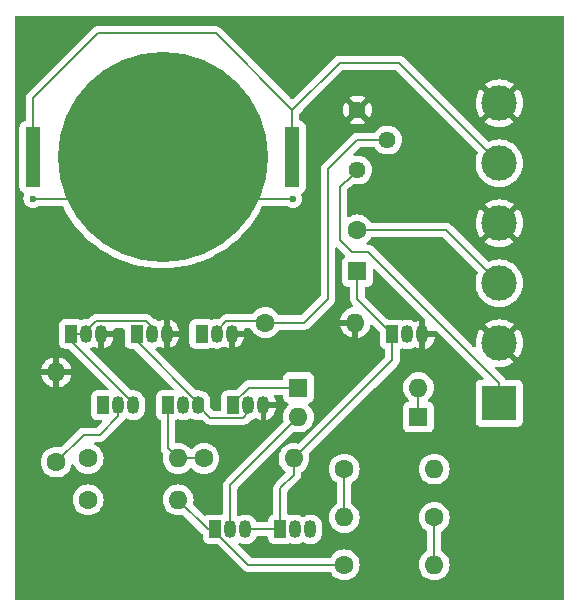
<source format=gbr>
%TF.GenerationSoftware,KiCad,Pcbnew,8.0.9-1.fc41*%
%TF.CreationDate,2025-05-30T14:30:08-05:00*%
%TF.ProjectId,transistor-amp,7472616e-7369-4737-946f-722d616d702e,rev?*%
%TF.SameCoordinates,Original*%
%TF.FileFunction,Copper,L1,Top*%
%TF.FilePolarity,Positive*%
%FSLAX46Y46*%
G04 Gerber Fmt 4.6, Leading zero omitted, Abs format (unit mm)*
G04 Created by KiCad (PCBNEW 8.0.9-1.fc41) date 2025-05-30 14:30:08*
%MOMM*%
%LPD*%
G01*
G04 APERTURE LIST*
%TA.AperFunction,ComponentPad*%
%ADD10R,1.050000X1.500000*%
%TD*%
%TA.AperFunction,ComponentPad*%
%ADD11O,1.050000X1.500000*%
%TD*%
%TA.AperFunction,ComponentPad*%
%ADD12R,1.600000X1.600000*%
%TD*%
%TA.AperFunction,ComponentPad*%
%ADD13C,1.600000*%
%TD*%
%TA.AperFunction,ComponentPad*%
%ADD14O,1.600000X1.600000*%
%TD*%
%TA.AperFunction,SMDPad,CuDef*%
%ADD15R,1.270000X5.080000*%
%TD*%
%TA.AperFunction,SMDPad,CuDef*%
%ADD16C,17.800000*%
%TD*%
%TA.AperFunction,ComponentPad*%
%ADD17R,3.000000X3.000000*%
%TD*%
%TA.AperFunction,ComponentPad*%
%ADD18C,3.000000*%
%TD*%
%TA.AperFunction,ComponentPad*%
%ADD19C,1.440000*%
%TD*%
%TA.AperFunction,ViaPad*%
%ADD20C,0.600000*%
%TD*%
%TA.AperFunction,Conductor*%
%ADD21C,0.200000*%
%TD*%
G04 APERTURE END LIST*
D10*
%TO.P,Q8,1,C*%
%TO.N,VCC*%
X96460000Y-93000000D03*
D11*
%TO.P,Q8,2,B*%
%TO.N,Net-(D1-A)*%
X97730000Y-93000000D03*
%TO.P,Q8,3,E*%
%TO.N,/FEEDBACK*%
X99000000Y-93000000D03*
%TD*%
D12*
%TO.P,C1,1*%
%TO.N,/FEEDBACK*%
X108500000Y-71152651D03*
D13*
%TO.P,C1,2*%
%TO.N,/OUTPUT*%
X108500000Y-67652651D03*
%TD*%
D10*
%TO.P,Q9,1,C*%
%TO.N,/FEEDBACK*%
X111460000Y-76500000D03*
D11*
%TO.P,Q9,2,B*%
%TO.N,Net-(Q7-E)*%
X112730000Y-76500000D03*
%TO.P,Q9,3,E*%
%TO.N,GND*%
X114000000Y-76500000D03*
%TD*%
D13*
%TO.P,R3,1*%
%TO.N,Net-(Q1-C)*%
X85690000Y-87000000D03*
D14*
%TO.P,R3,2*%
%TO.N,Net-(Q4-C)*%
X93310000Y-87000000D03*
%TD*%
D10*
%TO.P,Q1,1,C*%
%TO.N,Net-(Q1-C)*%
X86960000Y-82500000D03*
D11*
%TO.P,Q1,2,B*%
%TO.N,Net-(Q1-B)*%
X88230000Y-82500000D03*
%TO.P,Q1,3,E*%
%TO.N,Net-(Q1-E)*%
X89500000Y-82500000D03*
%TD*%
D12*
%TO.P,D2,1,K*%
%TO.N,Net-(D2-K)*%
X103500000Y-81000000D03*
D14*
%TO.P,D2,2,A*%
%TO.N,Net-(D1-K)*%
X113660000Y-81000000D03*
%TD*%
D13*
%TO.P,R5,1*%
%TO.N,/INPUT*%
X100690000Y-75500000D03*
D14*
%TO.P,R5,2*%
%TO.N,GND*%
X108310000Y-75500000D03*
%TD*%
D12*
%TO.P,D1,1,K*%
%TO.N,Net-(D1-K)*%
X113660000Y-83500000D03*
D14*
%TO.P,D1,2,A*%
%TO.N,Net-(D1-A)*%
X103500000Y-83500000D03*
%TD*%
D13*
%TO.P,R7,1*%
%TO.N,Net-(R6-Pad2)*%
X115000000Y-92000000D03*
D14*
%TO.P,R7,2*%
%TO.N,Net-(R7-Pad2)*%
X107380000Y-92000000D03*
%TD*%
D15*
%TO.P,BT1,1,+*%
%TO.N,VCC*%
X102985000Y-61500000D03*
X81015000Y-61500000D03*
D16*
%TO.P,BT1,2,-*%
%TO.N,Net-(BT1--)*%
X92000000Y-61500000D03*
%TD*%
D13*
%TO.P,R8,1*%
%TO.N,Net-(R7-Pad2)*%
X107380000Y-87900000D03*
D14*
%TO.P,R8,2*%
%TO.N,Net-(D1-A)*%
X115000000Y-87900000D03*
%TD*%
D10*
%TO.P,Q6,1,C*%
%TO.N,Net-(D2-K)*%
X98000000Y-82500000D03*
D11*
%TO.P,Q6,2,B*%
%TO.N,Net-(Q3-C)*%
X99270000Y-82500000D03*
%TO.P,Q6,3,E*%
%TO.N,GND*%
X100540000Y-82500000D03*
%TD*%
D10*
%TO.P,Q5,1,C*%
%TO.N,Net-(Q4-B)*%
X95300000Y-76450000D03*
D11*
%TO.P,Q5,2,B*%
%TO.N,/INPUT*%
X96570000Y-76450000D03*
%TO.P,Q5,3,E*%
%TO.N,GND*%
X97840000Y-76450000D03*
%TD*%
D17*
%TO.P,J1,1,Pin_1*%
%TO.N,Net-(J1-Pin_1)*%
X120500000Y-82320000D03*
D18*
%TO.P,J1,2,Pin_2*%
%TO.N,GND*%
X120500000Y-77240000D03*
%TO.P,J1,3,Pin_3*%
%TO.N,/OUTPUT*%
X120500000Y-72160000D03*
%TO.P,J1,4,Pin_4*%
%TO.N,GND*%
X120500000Y-67080000D03*
%TO.P,J1,5,Pin_5*%
%TO.N,VCC*%
X120500000Y-62000000D03*
%TO.P,J1,6,Pin_6*%
%TO.N,GND*%
X120500000Y-56920000D03*
%TD*%
D13*
%TO.P,R4,1*%
%TO.N,Net-(Q4-C)*%
X95500000Y-87000000D03*
D14*
%TO.P,R4,2*%
%TO.N,/FEEDBACK*%
X103120000Y-87000000D03*
%TD*%
D13*
%TO.P,R2,1*%
%TO.N,Net-(Q1-C)*%
X85690000Y-90500000D03*
D14*
%TO.P,R2,2*%
%TO.N,VCC*%
X93310000Y-90500000D03*
%TD*%
D10*
%TO.P,Q2,1,C*%
%TO.N,Net-(Q1-E)*%
X84260000Y-76450000D03*
D11*
%TO.P,Q2,2,B*%
X85530000Y-76450000D03*
%TO.P,Q2,3,E*%
%TO.N,GND*%
X86800000Y-76450000D03*
%TD*%
D10*
%TO.P,Q3,1,C*%
%TO.N,Net-(Q3-C)*%
X89800000Y-76450000D03*
D11*
%TO.P,Q3,2,B*%
%TO.N,Net-(Q1-E)*%
X91070000Y-76450000D03*
%TO.P,Q3,3,E*%
%TO.N,GND*%
X92340000Y-76450000D03*
%TD*%
D13*
%TO.P,R1,1*%
%TO.N,Net-(Q1-B)*%
X83000000Y-87310000D03*
D14*
%TO.P,R1,2*%
%TO.N,GND*%
X83000000Y-79690000D03*
%TD*%
D10*
%TO.P,Q4,1,C*%
%TO.N,Net-(Q4-C)*%
X92460000Y-82500000D03*
D11*
%TO.P,Q4,2,B*%
%TO.N,Net-(Q4-B)*%
X93730000Y-82500000D03*
%TO.P,Q4,3,E*%
%TO.N,Net-(Q3-C)*%
X95000000Y-82500000D03*
%TD*%
D13*
%TO.P,R6,1*%
%TO.N,VCC*%
X107380000Y-96000000D03*
D14*
%TO.P,R6,2*%
%TO.N,Net-(R6-Pad2)*%
X115000000Y-96000000D03*
%TD*%
D10*
%TO.P,Q7,1,C*%
%TO.N,/FEEDBACK*%
X101960000Y-93000000D03*
D11*
%TO.P,Q7,2,B*%
%TO.N,Net-(D2-K)*%
X103230000Y-93000000D03*
%TO.P,Q7,3,E*%
%TO.N,Net-(Q7-E)*%
X104500000Y-93000000D03*
%TD*%
D19*
%TO.P,RV1,1,1*%
%TO.N,Net-(J1-Pin_1)*%
X108500000Y-62580000D03*
%TO.P,RV1,2,2*%
%TO.N,/INPUT*%
X111040000Y-60040000D03*
%TO.P,RV1,3,3*%
%TO.N,GND*%
X108500000Y-57500000D03*
%TD*%
D20*
%TO.N,Net-(BT1--)*%
X81015000Y-65000000D03*
X103015000Y-65000000D03*
%TD*%
D21*
%TO.N,VCC*%
X102985000Y-57515000D02*
X107000000Y-53500000D01*
X86500000Y-51000000D02*
X81015000Y-56485000D01*
X96460000Y-93225000D02*
X99235000Y-96000000D01*
X95810000Y-93000000D02*
X93310000Y-90500000D01*
X102985000Y-61500000D02*
X102985000Y-57515000D01*
X81015000Y-56485000D02*
X81015000Y-61500000D01*
X96460000Y-93000000D02*
X96460000Y-93225000D01*
X102985000Y-57485000D02*
X96500000Y-51000000D01*
X112000000Y-53500000D02*
X120500000Y-62000000D01*
X107000000Y-53500000D02*
X112000000Y-53500000D01*
X96460000Y-93000000D02*
X95810000Y-93000000D01*
X96500000Y-51000000D02*
X86500000Y-51000000D01*
X99235000Y-96000000D02*
X107380000Y-96000000D01*
X102985000Y-61500000D02*
X102985000Y-57485000D01*
%TO.N,Net-(BT1--)*%
X95500000Y-65000000D02*
X92000000Y-61500000D01*
X103015000Y-65000000D02*
X95500000Y-65000000D01*
X81015000Y-65000000D02*
X88500000Y-65000000D01*
X88500000Y-65000000D02*
X92000000Y-61500000D01*
%TO.N,/FEEDBACK*%
X103120000Y-88380000D02*
X101960000Y-89540000D01*
X108500000Y-71152651D02*
X108500000Y-73540000D01*
X108500000Y-73540000D02*
X111460000Y-76500000D01*
X103120000Y-87000000D02*
X103120000Y-88380000D01*
X111460000Y-78660000D02*
X103120000Y-87000000D01*
X111460000Y-76500000D02*
X111460000Y-78660000D01*
X101960000Y-93000000D02*
X99000000Y-93000000D01*
X101960000Y-89540000D02*
X101960000Y-93000000D01*
%TO.N,/OUTPUT*%
X115992651Y-67652651D02*
X120500000Y-72160000D01*
X108500000Y-67652651D02*
X115992651Y-67652651D01*
%TO.N,Net-(D1-A)*%
X97730000Y-89270000D02*
X103500000Y-83500000D01*
X97730000Y-93000000D02*
X97730000Y-89270000D01*
%TO.N,Net-(D1-K)*%
X113660000Y-81000000D02*
X113660000Y-83500000D01*
%TO.N,Net-(J1-Pin_1)*%
X107000000Y-64000000D02*
X107500000Y-63500000D01*
X120500000Y-82320000D02*
X120500000Y-80620000D01*
X109380000Y-69500000D02*
X108000000Y-69500000D01*
X107500000Y-63500000D02*
X107580000Y-63500000D01*
X120500000Y-80620000D02*
X109380000Y-69500000D01*
X108000000Y-69500000D02*
X107000000Y-68500000D01*
X107000000Y-68500000D02*
X107000000Y-64000000D01*
X107580000Y-63500000D02*
X108500000Y-62580000D01*
%TO.N,/INPUT*%
X108460000Y-60040000D02*
X106000000Y-62500000D01*
X96570000Y-76450000D02*
X96570000Y-76225000D01*
X104000000Y-75500000D02*
X100690000Y-75500000D01*
X96570000Y-76225000D02*
X97395000Y-75400000D01*
X111040000Y-60040000D02*
X108460000Y-60040000D01*
X97395000Y-75400000D02*
X100590000Y-75400000D01*
X106000000Y-73500000D02*
X104000000Y-75500000D01*
X100590000Y-75400000D02*
X100690000Y-75500000D01*
X106000000Y-62500000D02*
X106000000Y-73500000D01*
%TO.N,Net-(D2-K)*%
X103500000Y-81000000D02*
X99275000Y-81000000D01*
X99275000Y-81000000D02*
X98000000Y-82275000D01*
X98000000Y-82275000D02*
X98000000Y-82500000D01*
%TO.N,Net-(Q3-C)*%
X96050000Y-83550000D02*
X95000000Y-82500000D01*
X89940000Y-76450000D02*
X89940000Y-76675000D01*
X95380000Y-81965000D02*
X95380000Y-82500000D01*
X89800000Y-77075000D02*
X89800000Y-76450000D01*
X99270000Y-82500000D02*
X99270000Y-83105000D01*
X95000000Y-82275000D02*
X89800000Y-77075000D01*
X95000000Y-82500000D02*
X95000000Y-82275000D01*
X98825000Y-83550000D02*
X96050000Y-83550000D01*
X99270000Y-83105000D02*
X98825000Y-83550000D01*
%TO.N,Net-(Q1-B)*%
X88230000Y-83450000D02*
X86680000Y-85000000D01*
X86680000Y-85000000D02*
X85310000Y-85000000D01*
X88230000Y-82500000D02*
X88230000Y-83450000D01*
X85310000Y-85000000D02*
X83000000Y-87310000D01*
%TO.N,Net-(Q1-E)*%
X91210000Y-76450000D02*
X91210000Y-76020000D01*
X91070000Y-75845000D02*
X90625000Y-75400000D01*
X84260000Y-77035000D02*
X84260000Y-76450000D01*
X89880000Y-82305000D02*
X89880000Y-82500000D01*
X89500000Y-82275000D02*
X84260000Y-77035000D01*
X85370000Y-76328274D02*
X85370000Y-76450000D01*
X90625000Y-75400000D02*
X86355000Y-75400000D01*
X84260000Y-76450000D02*
X85530000Y-76450000D01*
X91070000Y-76450000D02*
X91070000Y-75845000D01*
X86355000Y-75400000D02*
X85530000Y-76225000D01*
X89500000Y-82500000D02*
X89500000Y-82275000D01*
X84100000Y-76450000D02*
X84100000Y-76675000D01*
X85530000Y-76225000D02*
X85530000Y-76450000D01*
%TO.N,Net-(Q4-C)*%
X92460000Y-82500000D02*
X92460000Y-86150000D01*
X93310000Y-87000000D02*
X95500000Y-87000000D01*
X92460000Y-86150000D02*
X93310000Y-87000000D01*
%TO.N,Net-(R6-Pad2)*%
X115000000Y-96000000D02*
X115000000Y-92000000D01*
%TO.N,Net-(R7-Pad2)*%
X107380000Y-92000000D02*
X107380000Y-87900000D01*
%TD*%
%TA.AperFunction,Conductor*%
%TO.N,GND*%
G36*
X110005702Y-70975383D02*
G01*
X110012180Y-70981415D01*
X114213681Y-75182916D01*
X114247166Y-75244239D01*
X114250000Y-75270597D01*
X114250000Y-76219670D01*
X114230255Y-76199925D01*
X114144745Y-76150556D01*
X114049370Y-76125000D01*
X113950630Y-76125000D01*
X113855255Y-76150556D01*
X113769745Y-76199925D01*
X113755500Y-76214170D01*
X113755500Y-76173996D01*
X113755499Y-76173995D01*
X113752383Y-76158326D01*
X113750000Y-76134134D01*
X113750000Y-75279646D01*
X113749999Y-75279645D01*
X113701022Y-75289388D01*
X113701015Y-75289390D01*
X113514481Y-75366654D01*
X113514479Y-75366655D01*
X113434337Y-75420204D01*
X113367660Y-75441081D01*
X113300280Y-75422596D01*
X113296558Y-75420204D01*
X113215754Y-75366212D01*
X113029127Y-75288909D01*
X113029119Y-75288907D01*
X112831007Y-75249500D01*
X112831003Y-75249500D01*
X112628997Y-75249500D01*
X112628992Y-75249500D01*
X112430880Y-75288907D01*
X112430868Y-75288910D01*
X112350198Y-75322325D01*
X112280729Y-75329794D01*
X112235342Y-75310036D01*
X112235114Y-75310454D01*
X112230447Y-75307905D01*
X112228432Y-75307028D01*
X112227331Y-75306204D01*
X112227330Y-75306203D01*
X112227328Y-75306202D01*
X112092482Y-75255908D01*
X112092483Y-75255908D01*
X112032883Y-75249501D01*
X112032881Y-75249500D01*
X112032873Y-75249500D01*
X112032865Y-75249500D01*
X111110097Y-75249500D01*
X111043058Y-75229815D01*
X111022416Y-75213181D01*
X109136819Y-73327584D01*
X109103334Y-73266261D01*
X109100500Y-73239903D01*
X109100500Y-72577150D01*
X109120185Y-72510111D01*
X109172989Y-72464356D01*
X109224500Y-72453150D01*
X109347871Y-72453150D01*
X109347872Y-72453150D01*
X109407483Y-72446742D01*
X109542331Y-72396447D01*
X109657546Y-72310197D01*
X109743796Y-72194982D01*
X109794091Y-72060134D01*
X109800500Y-72000524D01*
X109800499Y-71069095D01*
X109820183Y-71002057D01*
X109872987Y-70956302D01*
X109942146Y-70946358D01*
X110005702Y-70975383D01*
G37*
%TD.AperFunction*%
%TA.AperFunction,Conductor*%
G36*
X125942539Y-49520185D02*
G01*
X125988294Y-49572989D01*
X125999500Y-49624500D01*
X125999500Y-98875500D01*
X125979815Y-98942539D01*
X125927011Y-98988294D01*
X125875500Y-98999500D01*
X79624500Y-98999500D01*
X79557461Y-98979815D01*
X79511706Y-98927011D01*
X79500500Y-98875500D01*
X79500500Y-90499998D01*
X84384532Y-90499998D01*
X84384532Y-90500001D01*
X84404364Y-90726686D01*
X84404366Y-90726697D01*
X84463258Y-90946488D01*
X84463261Y-90946497D01*
X84559431Y-91152732D01*
X84559432Y-91152734D01*
X84689954Y-91339141D01*
X84850858Y-91500045D01*
X84850861Y-91500047D01*
X85037266Y-91630568D01*
X85243504Y-91726739D01*
X85463308Y-91785635D01*
X85625230Y-91799801D01*
X85689998Y-91805468D01*
X85690000Y-91805468D01*
X85690002Y-91805468D01*
X85754397Y-91799834D01*
X85916692Y-91785635D01*
X86136496Y-91726739D01*
X86342734Y-91630568D01*
X86529139Y-91500047D01*
X86690047Y-91339139D01*
X86820568Y-91152734D01*
X86916739Y-90946496D01*
X86975635Y-90726692D01*
X86995468Y-90500000D01*
X86975635Y-90273308D01*
X86916739Y-90053504D01*
X86820568Y-89847266D01*
X86690047Y-89660861D01*
X86690045Y-89660858D01*
X86529141Y-89499954D01*
X86342734Y-89369432D01*
X86342732Y-89369431D01*
X86136497Y-89273261D01*
X86136488Y-89273258D01*
X85916697Y-89214366D01*
X85916693Y-89214365D01*
X85916692Y-89214365D01*
X85916691Y-89214364D01*
X85916686Y-89214364D01*
X85690002Y-89194532D01*
X85689998Y-89194532D01*
X85463313Y-89214364D01*
X85463302Y-89214366D01*
X85243511Y-89273258D01*
X85243502Y-89273261D01*
X85037267Y-89369431D01*
X85037265Y-89369432D01*
X84850858Y-89499954D01*
X84689954Y-89660858D01*
X84559432Y-89847265D01*
X84559431Y-89847267D01*
X84463261Y-90053502D01*
X84463258Y-90053511D01*
X84404366Y-90273302D01*
X84404364Y-90273313D01*
X84384532Y-90499998D01*
X79500500Y-90499998D01*
X79500500Y-87309998D01*
X81694532Y-87309998D01*
X81694532Y-87310001D01*
X81714364Y-87536686D01*
X81714366Y-87536697D01*
X81773258Y-87756488D01*
X81773261Y-87756497D01*
X81869431Y-87962732D01*
X81869432Y-87962734D01*
X81999954Y-88149141D01*
X82160858Y-88310045D01*
X82160861Y-88310047D01*
X82347266Y-88440568D01*
X82553504Y-88536739D01*
X82773308Y-88595635D01*
X82935230Y-88609801D01*
X82999998Y-88615468D01*
X83000000Y-88615468D01*
X83000002Y-88615468D01*
X83056673Y-88610509D01*
X83226692Y-88595635D01*
X83446496Y-88536739D01*
X83652734Y-88440568D01*
X83839139Y-88310047D01*
X84000047Y-88149139D01*
X84130568Y-87962734D01*
X84226739Y-87756496D01*
X84277628Y-87566574D01*
X84313992Y-87506916D01*
X84376838Y-87476386D01*
X84446214Y-87484680D01*
X84500092Y-87529165D01*
X84509784Y-87546264D01*
X84559431Y-87652732D01*
X84559432Y-87652734D01*
X84689954Y-87839141D01*
X84850858Y-88000045D01*
X84850861Y-88000047D01*
X85037266Y-88130568D01*
X85243504Y-88226739D01*
X85463308Y-88285635D01*
X85625230Y-88299801D01*
X85689998Y-88305468D01*
X85690000Y-88305468D01*
X85690002Y-88305468D01*
X85746673Y-88300509D01*
X85916692Y-88285635D01*
X86136496Y-88226739D01*
X86342734Y-88130568D01*
X86529139Y-88000047D01*
X86690047Y-87839139D01*
X86820568Y-87652734D01*
X86916739Y-87446496D01*
X86975635Y-87226692D01*
X86995468Y-87000000D01*
X86975635Y-86773308D01*
X86916739Y-86553504D01*
X86820568Y-86347266D01*
X86692181Y-86163908D01*
X86690045Y-86160858D01*
X86529141Y-85999954D01*
X86342734Y-85869432D01*
X86342732Y-85869431D01*
X86331644Y-85864260D01*
X86272929Y-85836881D01*
X86220491Y-85790710D01*
X86201339Y-85723516D01*
X86221555Y-85656635D01*
X86274720Y-85611300D01*
X86325335Y-85600500D01*
X86593331Y-85600500D01*
X86593347Y-85600501D01*
X86600943Y-85600501D01*
X86759054Y-85600501D01*
X86759057Y-85600501D01*
X86911785Y-85559577D01*
X86961904Y-85530639D01*
X87048716Y-85480520D01*
X87160520Y-85368716D01*
X87160520Y-85368714D01*
X87170728Y-85358507D01*
X87170730Y-85358504D01*
X88588506Y-83940728D01*
X88588511Y-83940724D01*
X88598714Y-83930520D01*
X88598716Y-83930520D01*
X88710520Y-83818716D01*
X88782642Y-83693796D01*
X88789577Y-83681785D01*
X88789813Y-83680902D01*
X88790217Y-83680238D01*
X88792687Y-83674278D01*
X88793616Y-83674662D01*
X88826173Y-83621242D01*
X88889018Y-83590709D01*
X88958394Y-83599000D01*
X88978478Y-83609888D01*
X89014244Y-83633786D01*
X89014245Y-83633786D01*
X89014246Y-83633787D01*
X89054962Y-83650652D01*
X89200873Y-83711091D01*
X89366777Y-83744091D01*
X89398992Y-83750499D01*
X89398996Y-83750500D01*
X89398997Y-83750500D01*
X89601004Y-83750500D01*
X89601005Y-83750499D01*
X89799127Y-83711091D01*
X89985756Y-83633786D01*
X89986424Y-83633340D01*
X90153718Y-83521558D01*
X90296558Y-83378718D01*
X90408782Y-83210762D01*
X90408782Y-83210761D01*
X90408786Y-83210756D01*
X90486091Y-83024127D01*
X90525500Y-82826003D01*
X90525500Y-82173997D01*
X90486091Y-81975873D01*
X90408786Y-81789244D01*
X90408784Y-81789241D01*
X90408782Y-81789237D01*
X90296558Y-81621281D01*
X90153718Y-81478441D01*
X89985762Y-81366217D01*
X89985752Y-81366212D01*
X89799127Y-81288909D01*
X89799119Y-81288907D01*
X89601007Y-81249500D01*
X89601003Y-81249500D01*
X89398997Y-81249500D01*
X89392935Y-81250097D01*
X89392757Y-81248299D01*
X89331632Y-81242827D01*
X89289355Y-81215120D01*
X85894023Y-77819788D01*
X85860538Y-77758465D01*
X85865522Y-77688773D01*
X85907394Y-77632840D01*
X85934249Y-77617547D01*
X86015756Y-77583786D01*
X86096562Y-77529792D01*
X86163234Y-77508917D01*
X86230614Y-77527401D01*
X86234340Y-77529795D01*
X86314479Y-77583343D01*
X86314486Y-77583347D01*
X86501016Y-77660609D01*
X86501025Y-77660612D01*
X86550000Y-77670353D01*
X86550000Y-76815865D01*
X86552383Y-76791671D01*
X86554930Y-76778871D01*
X86555500Y-76776003D01*
X86555500Y-76735830D01*
X86569745Y-76750075D01*
X86655255Y-76799444D01*
X86750630Y-76825000D01*
X86849370Y-76825000D01*
X86944745Y-76799444D01*
X87030255Y-76750075D01*
X87050000Y-76730330D01*
X87050000Y-77670352D01*
X87098974Y-77660612D01*
X87098983Y-77660609D01*
X87285513Y-77583347D01*
X87285526Y-77583340D01*
X87453399Y-77471170D01*
X87453403Y-77471167D01*
X87596167Y-77328403D01*
X87596170Y-77328399D01*
X87708340Y-77160526D01*
X87708347Y-77160513D01*
X87785609Y-76973983D01*
X87785612Y-76973974D01*
X87824999Y-76775958D01*
X87825000Y-76775955D01*
X87825000Y-76700000D01*
X87080330Y-76700000D01*
X87100075Y-76680255D01*
X87149444Y-76594745D01*
X87175000Y-76499370D01*
X87175000Y-76400630D01*
X87149444Y-76305255D01*
X87100075Y-76219745D01*
X87080330Y-76200000D01*
X87825000Y-76200000D01*
X87825000Y-76124500D01*
X87844685Y-76057461D01*
X87897489Y-76011706D01*
X87949000Y-76000500D01*
X88650500Y-76000500D01*
X88717539Y-76020185D01*
X88763294Y-76072989D01*
X88774500Y-76124500D01*
X88774500Y-77247870D01*
X88774501Y-77247876D01*
X88780908Y-77307483D01*
X88831202Y-77442328D01*
X88831206Y-77442335D01*
X88917452Y-77557544D01*
X88917455Y-77557547D01*
X89032664Y-77643793D01*
X89032671Y-77643797D01*
X89051051Y-77650652D01*
X89167517Y-77694091D01*
X89227127Y-77700500D01*
X89524902Y-77700499D01*
X89591941Y-77720183D01*
X89612583Y-77736818D01*
X92913583Y-81037819D01*
X92947068Y-81099142D01*
X92942084Y-81168834D01*
X92900212Y-81224767D01*
X92834748Y-81249184D01*
X92825902Y-81249500D01*
X91887129Y-81249500D01*
X91887123Y-81249501D01*
X91827516Y-81255908D01*
X91692671Y-81306202D01*
X91692664Y-81306206D01*
X91577455Y-81392452D01*
X91577452Y-81392455D01*
X91491206Y-81507664D01*
X91491202Y-81507671D01*
X91440908Y-81642517D01*
X91434501Y-81702116D01*
X91434500Y-81702135D01*
X91434500Y-83297870D01*
X91434501Y-83297876D01*
X91440908Y-83357483D01*
X91491202Y-83492328D01*
X91491206Y-83492335D01*
X91577452Y-83607544D01*
X91577455Y-83607547D01*
X91692664Y-83693793D01*
X91692671Y-83693797D01*
X91778833Y-83725933D01*
X91834766Y-83767804D01*
X91859184Y-83833268D01*
X91859500Y-83842115D01*
X91859500Y-86063330D01*
X91859499Y-86063348D01*
X91859499Y-86229054D01*
X91859498Y-86229054D01*
X91900423Y-86381785D01*
X91925929Y-86425961D01*
X91925930Y-86425965D01*
X91925931Y-86425965D01*
X91979479Y-86518714D01*
X91979481Y-86518717D01*
X92018058Y-86557294D01*
X92051543Y-86618617D01*
X92050152Y-86677068D01*
X92024366Y-86773302D01*
X92024364Y-86773313D01*
X92004532Y-86999998D01*
X92004532Y-87000001D01*
X92024364Y-87226686D01*
X92024366Y-87226697D01*
X92083258Y-87446488D01*
X92083261Y-87446497D01*
X92179431Y-87652732D01*
X92179432Y-87652734D01*
X92309954Y-87839141D01*
X92470858Y-88000045D01*
X92470861Y-88000047D01*
X92657266Y-88130568D01*
X92863504Y-88226739D01*
X93083308Y-88285635D01*
X93245230Y-88299801D01*
X93309998Y-88305468D01*
X93310000Y-88305468D01*
X93310002Y-88305468D01*
X93366673Y-88300509D01*
X93536692Y-88285635D01*
X93756496Y-88226739D01*
X93962734Y-88130568D01*
X94149139Y-88000047D01*
X94186454Y-87962732D01*
X94313876Y-87835311D01*
X94314658Y-87836093D01*
X94368171Y-87800484D01*
X94438031Y-87799368D01*
X94496065Y-87835369D01*
X94496124Y-87835311D01*
X94496372Y-87835559D01*
X94497405Y-87836200D01*
X94499951Y-87839138D01*
X94660858Y-88000045D01*
X94660861Y-88000047D01*
X94847266Y-88130568D01*
X95053504Y-88226739D01*
X95273308Y-88285635D01*
X95435230Y-88299801D01*
X95499998Y-88305468D01*
X95500000Y-88305468D01*
X95500002Y-88305468D01*
X95556673Y-88300509D01*
X95726692Y-88285635D01*
X95946496Y-88226739D01*
X96152734Y-88130568D01*
X96339139Y-88000047D01*
X96500047Y-87839139D01*
X96630568Y-87652734D01*
X96726739Y-87446496D01*
X96785635Y-87226692D01*
X96805468Y-87000000D01*
X96785635Y-86773308D01*
X96726739Y-86553504D01*
X96630568Y-86347266D01*
X96502181Y-86163908D01*
X96500045Y-86160858D01*
X96339141Y-85999954D01*
X96152734Y-85869432D01*
X96152732Y-85869431D01*
X95946497Y-85773261D01*
X95946488Y-85773258D01*
X95726697Y-85714366D01*
X95726693Y-85714365D01*
X95726692Y-85714365D01*
X95726691Y-85714364D01*
X95726686Y-85714364D01*
X95500002Y-85694532D01*
X95499998Y-85694532D01*
X95273313Y-85714364D01*
X95273302Y-85714366D01*
X95053511Y-85773258D01*
X95053502Y-85773261D01*
X94847267Y-85869431D01*
X94847265Y-85869432D01*
X94660858Y-85999954D01*
X94496124Y-86164689D01*
X94495343Y-86163908D01*
X94441815Y-86199520D01*
X94371954Y-86200627D01*
X94313937Y-86164627D01*
X94313876Y-86164689D01*
X94313612Y-86164425D01*
X94312585Y-86163788D01*
X94310050Y-86160863D01*
X94149141Y-85999954D01*
X93962734Y-85869432D01*
X93962732Y-85869431D01*
X93756497Y-85773261D01*
X93756488Y-85773258D01*
X93536697Y-85714366D01*
X93536693Y-85714365D01*
X93536692Y-85714365D01*
X93536691Y-85714364D01*
X93536686Y-85714364D01*
X93310002Y-85694532D01*
X93309998Y-85694532D01*
X93195307Y-85704566D01*
X93126807Y-85690799D01*
X93076624Y-85642184D01*
X93060500Y-85581038D01*
X93060500Y-83842115D01*
X93080185Y-83775076D01*
X93132989Y-83729321D01*
X93141167Y-83725933D01*
X93156128Y-83720353D01*
X93227331Y-83693796D01*
X93228430Y-83692972D01*
X93229717Y-83692492D01*
X93235112Y-83689547D01*
X93235535Y-83690322D01*
X93293887Y-83668552D01*
X93350198Y-83677673D01*
X93430873Y-83711091D01*
X93596777Y-83744091D01*
X93628992Y-83750499D01*
X93628996Y-83750500D01*
X93628997Y-83750500D01*
X93831004Y-83750500D01*
X93831005Y-83750499D01*
X94029127Y-83711091D01*
X94215756Y-83633786D01*
X94296110Y-83580094D01*
X94362786Y-83559217D01*
X94430166Y-83577701D01*
X94433865Y-83580078D01*
X94514244Y-83633786D01*
X94514245Y-83633786D01*
X94514246Y-83633787D01*
X94554962Y-83650652D01*
X94700873Y-83711091D01*
X94866777Y-83744091D01*
X94898992Y-83750499D01*
X94898996Y-83750500D01*
X94898997Y-83750500D01*
X95101004Y-83750500D01*
X95101004Y-83750499D01*
X95286443Y-83713614D01*
X95356034Y-83719841D01*
X95398315Y-83747550D01*
X95565139Y-83914374D01*
X95565149Y-83914385D01*
X95569479Y-83918715D01*
X95569480Y-83918716D01*
X95681284Y-84030520D01*
X95681286Y-84030521D01*
X95681290Y-84030524D01*
X95731610Y-84059576D01*
X95731615Y-84059578D01*
X95818209Y-84109574D01*
X95818210Y-84109574D01*
X95818215Y-84109577D01*
X95970942Y-84150500D01*
X95970943Y-84150500D01*
X98738331Y-84150500D01*
X98738347Y-84150501D01*
X98745943Y-84150501D01*
X98904054Y-84150501D01*
X98904057Y-84150501D01*
X99056785Y-84109577D01*
X99143387Y-84059577D01*
X99193716Y-84030520D01*
X99305520Y-83918716D01*
X99305520Y-83918714D01*
X99315724Y-83908511D01*
X99315728Y-83908506D01*
X99472646Y-83751587D01*
X99533967Y-83718104D01*
X99536057Y-83717668D01*
X99569127Y-83711091D01*
X99755756Y-83633786D01*
X99836562Y-83579792D01*
X99903234Y-83558917D01*
X99970614Y-83577401D01*
X99974340Y-83579795D01*
X100054479Y-83633343D01*
X100054486Y-83633347D01*
X100241016Y-83710609D01*
X100241025Y-83710612D01*
X100290000Y-83720353D01*
X100290000Y-82865865D01*
X100292383Y-82841671D01*
X100295500Y-82826002D01*
X100295500Y-82785830D01*
X100309745Y-82800075D01*
X100395255Y-82849444D01*
X100490630Y-82875000D01*
X100589370Y-82875000D01*
X100684745Y-82849444D01*
X100770255Y-82800075D01*
X100790000Y-82780330D01*
X100790000Y-83720352D01*
X100838974Y-83710612D01*
X100838983Y-83710609D01*
X101025513Y-83633347D01*
X101025526Y-83633340D01*
X101193399Y-83521170D01*
X101193403Y-83521167D01*
X101336167Y-83378403D01*
X101336170Y-83378399D01*
X101448340Y-83210526D01*
X101448347Y-83210513D01*
X101525609Y-83023983D01*
X101525612Y-83023974D01*
X101564999Y-82825958D01*
X101565000Y-82825955D01*
X101565000Y-82750000D01*
X100820330Y-82750000D01*
X100840075Y-82730255D01*
X100889444Y-82644745D01*
X100915000Y-82549370D01*
X100915000Y-82450630D01*
X100889444Y-82355255D01*
X100840075Y-82269745D01*
X100820330Y-82250000D01*
X101565000Y-82250000D01*
X101565000Y-82174045D01*
X101564999Y-82174041D01*
X101525612Y-81976025D01*
X101525609Y-81976016D01*
X101448347Y-81789486D01*
X101445471Y-81784105D01*
X101447679Y-81782924D01*
X101430080Y-81726707D01*
X101448568Y-81659328D01*
X101500549Y-81612641D01*
X101554060Y-81600500D01*
X102075501Y-81600500D01*
X102142540Y-81620185D01*
X102188295Y-81672989D01*
X102199501Y-81724500D01*
X102199501Y-81847876D01*
X102205908Y-81907483D01*
X102256202Y-82042328D01*
X102256206Y-82042335D01*
X102342452Y-82157544D01*
X102342455Y-82157547D01*
X102457664Y-82243793D01*
X102457671Y-82243797D01*
X102490942Y-82256206D01*
X102592517Y-82294091D01*
X102592527Y-82294092D01*
X102597913Y-82295365D01*
X102658631Y-82329935D01*
X102691021Y-82391843D01*
X102684799Y-82461435D01*
X102657088Y-82503725D01*
X102499951Y-82660862D01*
X102369432Y-82847265D01*
X102369431Y-82847267D01*
X102273261Y-83053502D01*
X102273258Y-83053511D01*
X102214366Y-83273302D01*
X102214364Y-83273313D01*
X102194532Y-83499998D01*
X102194532Y-83500001D01*
X102214364Y-83726686D01*
X102214366Y-83726697D01*
X102240152Y-83822931D01*
X102238489Y-83892781D01*
X102208058Y-83942705D01*
X97361286Y-88789478D01*
X97249481Y-88901282D01*
X97249480Y-88901284D01*
X97203745Y-88980500D01*
X97170423Y-89038215D01*
X97129499Y-89190943D01*
X97129499Y-89190945D01*
X97129499Y-89359046D01*
X97129500Y-89359059D01*
X97129500Y-91625500D01*
X97109815Y-91692539D01*
X97057011Y-91738294D01*
X97005500Y-91749500D01*
X95887129Y-91749500D01*
X95887123Y-91749501D01*
X95827516Y-91755908D01*
X95692671Y-91806202D01*
X95692664Y-91806206D01*
X95648733Y-91839093D01*
X95583269Y-91863510D01*
X95514996Y-91848658D01*
X95486742Y-91827507D01*
X94601941Y-90942706D01*
X94568456Y-90881383D01*
X94569847Y-90822931D01*
X94571891Y-90815304D01*
X94595635Y-90726692D01*
X94615468Y-90500000D01*
X94595635Y-90273308D01*
X94536739Y-90053504D01*
X94440568Y-89847266D01*
X94310047Y-89660861D01*
X94310045Y-89660858D01*
X94149141Y-89499954D01*
X93962734Y-89369432D01*
X93962732Y-89369431D01*
X93756497Y-89273261D01*
X93756488Y-89273258D01*
X93536697Y-89214366D01*
X93536693Y-89214365D01*
X93536692Y-89214365D01*
X93536691Y-89214364D01*
X93536686Y-89214364D01*
X93310002Y-89194532D01*
X93309998Y-89194532D01*
X93083313Y-89214364D01*
X93083302Y-89214366D01*
X92863511Y-89273258D01*
X92863502Y-89273261D01*
X92657267Y-89369431D01*
X92657265Y-89369432D01*
X92470858Y-89499954D01*
X92309954Y-89660858D01*
X92179432Y-89847265D01*
X92179431Y-89847267D01*
X92083261Y-90053502D01*
X92083258Y-90053511D01*
X92024366Y-90273302D01*
X92024364Y-90273313D01*
X92004532Y-90499998D01*
X92004532Y-90500001D01*
X92024364Y-90726686D01*
X92024366Y-90726697D01*
X92083258Y-90946488D01*
X92083261Y-90946497D01*
X92179431Y-91152732D01*
X92179432Y-91152734D01*
X92309954Y-91339141D01*
X92470858Y-91500045D01*
X92470861Y-91500047D01*
X92657266Y-91630568D01*
X92863504Y-91726739D01*
X93083308Y-91785635D01*
X93245230Y-91799801D01*
X93309998Y-91805468D01*
X93310000Y-91805468D01*
X93310002Y-91805468D01*
X93374397Y-91799834D01*
X93536692Y-91785635D01*
X93632932Y-91759847D01*
X93702781Y-91761510D01*
X93752706Y-91791941D01*
X95325139Y-93364374D01*
X95325149Y-93364385D01*
X95329479Y-93368715D01*
X95329480Y-93368716D01*
X95398182Y-93437418D01*
X95431666Y-93498739D01*
X95434500Y-93525098D01*
X95434500Y-93797869D01*
X95434501Y-93797876D01*
X95440908Y-93857483D01*
X95491202Y-93992328D01*
X95491206Y-93992335D01*
X95577452Y-94107544D01*
X95577455Y-94107547D01*
X95692664Y-94193793D01*
X95692671Y-94193797D01*
X95692674Y-94193798D01*
X95827517Y-94244091D01*
X95887127Y-94250500D01*
X96584902Y-94250499D01*
X96651941Y-94270183D01*
X96672582Y-94286817D01*
X98866284Y-96480520D01*
X98866286Y-96480521D01*
X98866290Y-96480524D01*
X99003209Y-96559573D01*
X99003216Y-96559577D01*
X99155943Y-96600501D01*
X99155945Y-96600501D01*
X99321654Y-96600501D01*
X99321670Y-96600500D01*
X106148308Y-96600500D01*
X106215347Y-96620185D01*
X106249880Y-96653374D01*
X106335480Y-96775624D01*
X106379954Y-96839141D01*
X106540858Y-97000045D01*
X106540861Y-97000047D01*
X106727266Y-97130568D01*
X106933504Y-97226739D01*
X107153308Y-97285635D01*
X107315230Y-97299801D01*
X107379998Y-97305468D01*
X107380000Y-97305468D01*
X107380002Y-97305468D01*
X107436673Y-97300509D01*
X107606692Y-97285635D01*
X107826496Y-97226739D01*
X108032734Y-97130568D01*
X108219139Y-97000047D01*
X108380047Y-96839139D01*
X108510568Y-96652734D01*
X108606739Y-96446496D01*
X108665635Y-96226692D01*
X108685468Y-96000000D01*
X108665635Y-95773308D01*
X108606739Y-95553504D01*
X108510568Y-95347266D01*
X108380047Y-95160861D01*
X108380045Y-95160858D01*
X108219141Y-94999954D01*
X108032734Y-94869432D01*
X108032732Y-94869431D01*
X107826497Y-94773261D01*
X107826488Y-94773258D01*
X107606697Y-94714366D01*
X107606693Y-94714365D01*
X107606692Y-94714365D01*
X107606691Y-94714364D01*
X107606686Y-94714364D01*
X107380002Y-94694532D01*
X107379998Y-94694532D01*
X107153313Y-94714364D01*
X107153302Y-94714366D01*
X106933511Y-94773258D01*
X106933502Y-94773261D01*
X106727267Y-94869431D01*
X106727265Y-94869432D01*
X106540858Y-94999954D01*
X106379954Y-95160858D01*
X106303450Y-95270118D01*
X106249881Y-95346624D01*
X106195307Y-95390248D01*
X106148308Y-95399500D01*
X99535098Y-95399500D01*
X99468059Y-95379815D01*
X99447417Y-95363181D01*
X98449364Y-94365128D01*
X98415879Y-94303805D01*
X98420863Y-94234113D01*
X98462735Y-94178180D01*
X98528199Y-94153763D01*
X98584496Y-94162885D01*
X98700873Y-94211091D01*
X98866777Y-94244091D01*
X98898992Y-94250499D01*
X98898996Y-94250500D01*
X98898997Y-94250500D01*
X99101004Y-94250500D01*
X99101005Y-94250499D01*
X99299127Y-94211091D01*
X99485756Y-94133786D01*
X99653718Y-94021558D01*
X99796558Y-93878718D01*
X99908786Y-93710756D01*
X99922749Y-93677047D01*
X99966590Y-93622644D01*
X100032884Y-93600579D01*
X100037310Y-93600500D01*
X100810501Y-93600500D01*
X100877540Y-93620185D01*
X100923295Y-93672989D01*
X100934501Y-93724500D01*
X100934501Y-93797876D01*
X100940908Y-93857483D01*
X100991202Y-93992328D01*
X100991206Y-93992335D01*
X101077452Y-94107544D01*
X101077455Y-94107547D01*
X101192664Y-94193793D01*
X101192671Y-94193797D01*
X101327517Y-94244091D01*
X101327516Y-94244091D01*
X101334444Y-94244835D01*
X101387127Y-94250500D01*
X102532872Y-94250499D01*
X102592483Y-94244091D01*
X102727331Y-94193796D01*
X102728430Y-94192972D01*
X102729717Y-94192492D01*
X102735112Y-94189547D01*
X102735535Y-94190322D01*
X102793887Y-94168552D01*
X102850198Y-94177673D01*
X102930873Y-94211091D01*
X103096777Y-94244091D01*
X103128992Y-94250499D01*
X103128996Y-94250500D01*
X103128997Y-94250500D01*
X103331004Y-94250500D01*
X103331005Y-94250499D01*
X103529127Y-94211091D01*
X103715756Y-94133786D01*
X103796110Y-94080094D01*
X103862786Y-94059217D01*
X103930166Y-94077701D01*
X103933865Y-94080078D01*
X104014244Y-94133786D01*
X104200873Y-94211091D01*
X104366777Y-94244091D01*
X104398992Y-94250499D01*
X104398996Y-94250500D01*
X104398997Y-94250500D01*
X104601004Y-94250500D01*
X104601005Y-94250499D01*
X104799127Y-94211091D01*
X104985756Y-94133786D01*
X105153718Y-94021558D01*
X105296558Y-93878718D01*
X105408786Y-93710756D01*
X105486091Y-93524127D01*
X105525500Y-93326003D01*
X105525500Y-92673997D01*
X105486091Y-92475873D01*
X105408786Y-92289244D01*
X105408784Y-92289241D01*
X105408782Y-92289237D01*
X105296558Y-92121281D01*
X105153718Y-91978441D01*
X104985762Y-91866217D01*
X104985752Y-91866212D01*
X104799127Y-91788909D01*
X104799119Y-91788907D01*
X104601007Y-91749500D01*
X104601003Y-91749500D01*
X104398997Y-91749500D01*
X104398992Y-91749500D01*
X104200880Y-91788907D01*
X104200872Y-91788909D01*
X104014244Y-91866213D01*
X103933891Y-91919904D01*
X103867213Y-91940782D01*
X103799833Y-91922297D01*
X103796109Y-91919904D01*
X103715755Y-91866213D01*
X103529127Y-91788909D01*
X103529119Y-91788907D01*
X103331007Y-91749500D01*
X103331003Y-91749500D01*
X103128997Y-91749500D01*
X103128992Y-91749500D01*
X102930880Y-91788907D01*
X102930868Y-91788910D01*
X102850198Y-91822325D01*
X102780729Y-91829794D01*
X102735342Y-91810036D01*
X102735114Y-91810454D01*
X102730447Y-91807905D01*
X102728432Y-91807028D01*
X102727331Y-91806204D01*
X102727329Y-91806203D01*
X102641166Y-91774066D01*
X102585233Y-91732194D01*
X102560816Y-91666730D01*
X102560500Y-91657884D01*
X102560500Y-89840097D01*
X102580185Y-89773058D01*
X102596819Y-89752416D01*
X103075977Y-89273258D01*
X103600520Y-88748716D01*
X103679577Y-88611784D01*
X103720501Y-88459057D01*
X103720501Y-88300942D01*
X103720501Y-88293347D01*
X103720500Y-88293329D01*
X103720500Y-88231692D01*
X103740185Y-88164653D01*
X103773374Y-88130119D01*
X103959139Y-88000047D01*
X104059188Y-87899998D01*
X106074532Y-87899998D01*
X106074532Y-87900001D01*
X106094364Y-88126686D01*
X106094366Y-88126697D01*
X106153258Y-88346488D01*
X106153261Y-88346497D01*
X106249431Y-88552732D01*
X106249432Y-88552734D01*
X106379954Y-88739141D01*
X106540858Y-88900045D01*
X106540861Y-88900047D01*
X106726624Y-89030118D01*
X106770248Y-89084693D01*
X106779500Y-89131692D01*
X106779500Y-90768306D01*
X106759815Y-90835345D01*
X106726623Y-90869881D01*
X106540859Y-90999953D01*
X106379954Y-91160858D01*
X106249432Y-91347265D01*
X106249431Y-91347267D01*
X106153261Y-91553502D01*
X106153258Y-91553511D01*
X106094366Y-91773302D01*
X106094364Y-91773313D01*
X106074532Y-91999998D01*
X106074532Y-92000001D01*
X106094364Y-92226686D01*
X106094366Y-92226697D01*
X106153258Y-92446488D01*
X106153261Y-92446497D01*
X106249431Y-92652732D01*
X106249432Y-92652734D01*
X106379954Y-92839141D01*
X106540858Y-93000045D01*
X106540861Y-93000047D01*
X106727266Y-93130568D01*
X106933504Y-93226739D01*
X107153308Y-93285635D01*
X107315230Y-93299801D01*
X107379998Y-93305468D01*
X107380000Y-93305468D01*
X107380002Y-93305468D01*
X107436673Y-93300509D01*
X107606692Y-93285635D01*
X107826496Y-93226739D01*
X108032734Y-93130568D01*
X108219139Y-93000047D01*
X108380047Y-92839139D01*
X108510568Y-92652734D01*
X108606739Y-92446496D01*
X108665635Y-92226692D01*
X108684797Y-92007669D01*
X108685468Y-92000001D01*
X108685468Y-91999998D01*
X113694532Y-91999998D01*
X113694532Y-92000001D01*
X113714364Y-92226686D01*
X113714366Y-92226697D01*
X113773258Y-92446488D01*
X113773261Y-92446497D01*
X113869431Y-92652732D01*
X113869432Y-92652734D01*
X113999954Y-92839141D01*
X114160858Y-93000045D01*
X114160861Y-93000047D01*
X114346624Y-93130118D01*
X114390248Y-93184693D01*
X114399500Y-93231692D01*
X114399500Y-94768306D01*
X114379815Y-94835345D01*
X114346623Y-94869881D01*
X114160859Y-94999953D01*
X113999954Y-95160858D01*
X113869432Y-95347265D01*
X113869431Y-95347267D01*
X113773261Y-95553502D01*
X113773258Y-95553511D01*
X113714366Y-95773302D01*
X113714364Y-95773313D01*
X113694532Y-95999998D01*
X113694532Y-96000001D01*
X113714364Y-96226686D01*
X113714366Y-96226697D01*
X113773258Y-96446488D01*
X113773261Y-96446497D01*
X113869431Y-96652732D01*
X113869432Y-96652734D01*
X113999954Y-96839141D01*
X114160858Y-97000045D01*
X114160861Y-97000047D01*
X114347266Y-97130568D01*
X114553504Y-97226739D01*
X114773308Y-97285635D01*
X114935230Y-97299801D01*
X114999998Y-97305468D01*
X115000000Y-97305468D01*
X115000002Y-97305468D01*
X115056673Y-97300509D01*
X115226692Y-97285635D01*
X115446496Y-97226739D01*
X115652734Y-97130568D01*
X115839139Y-97000047D01*
X116000047Y-96839139D01*
X116130568Y-96652734D01*
X116226739Y-96446496D01*
X116285635Y-96226692D01*
X116305468Y-96000000D01*
X116285635Y-95773308D01*
X116226739Y-95553504D01*
X116130568Y-95347266D01*
X116000047Y-95160861D01*
X116000045Y-95160858D01*
X115839140Y-94999953D01*
X115653377Y-94869881D01*
X115609752Y-94815304D01*
X115600500Y-94768306D01*
X115600500Y-93231692D01*
X115620185Y-93164653D01*
X115653374Y-93130119D01*
X115839139Y-93000047D01*
X116000047Y-92839139D01*
X116130568Y-92652734D01*
X116226739Y-92446496D01*
X116285635Y-92226692D01*
X116304797Y-92007669D01*
X116305468Y-92000001D01*
X116305468Y-91999998D01*
X116298670Y-91922297D01*
X116285635Y-91773308D01*
X116226739Y-91553504D01*
X116130568Y-91347266D01*
X116000047Y-91160861D01*
X116000045Y-91160858D01*
X115839141Y-90999954D01*
X115652734Y-90869432D01*
X115652732Y-90869431D01*
X115446497Y-90773261D01*
X115446488Y-90773258D01*
X115226697Y-90714366D01*
X115226693Y-90714365D01*
X115226692Y-90714365D01*
X115226691Y-90714364D01*
X115226686Y-90714364D01*
X115000002Y-90694532D01*
X114999998Y-90694532D01*
X114773313Y-90714364D01*
X114773302Y-90714366D01*
X114553511Y-90773258D01*
X114553502Y-90773261D01*
X114347267Y-90869431D01*
X114347265Y-90869432D01*
X114160858Y-90999954D01*
X113999954Y-91160858D01*
X113869432Y-91347265D01*
X113869431Y-91347267D01*
X113773261Y-91553502D01*
X113773258Y-91553511D01*
X113714366Y-91773302D01*
X113714364Y-91773313D01*
X113694532Y-91999998D01*
X108685468Y-91999998D01*
X108678670Y-91922297D01*
X108665635Y-91773308D01*
X108606739Y-91553504D01*
X108510568Y-91347266D01*
X108380047Y-91160861D01*
X108380045Y-91160858D01*
X108219140Y-90999953D01*
X108033377Y-90869881D01*
X107989752Y-90815304D01*
X107980500Y-90768306D01*
X107980500Y-89131692D01*
X108000185Y-89064653D01*
X108033374Y-89030119D01*
X108219139Y-88900047D01*
X108380047Y-88739139D01*
X108510568Y-88552734D01*
X108606739Y-88346496D01*
X108665635Y-88126692D01*
X108685468Y-87900000D01*
X108685468Y-87899998D01*
X113694532Y-87899998D01*
X113694532Y-87900001D01*
X113714364Y-88126686D01*
X113714366Y-88126697D01*
X113773258Y-88346488D01*
X113773261Y-88346497D01*
X113869431Y-88552732D01*
X113869432Y-88552734D01*
X113999954Y-88739141D01*
X114160858Y-88900045D01*
X114162629Y-88901285D01*
X114347266Y-89030568D01*
X114553504Y-89126739D01*
X114773308Y-89185635D01*
X114935230Y-89199801D01*
X114999998Y-89205468D01*
X115000000Y-89205468D01*
X115000002Y-89205468D01*
X115056673Y-89200509D01*
X115226692Y-89185635D01*
X115446496Y-89126739D01*
X115652734Y-89030568D01*
X115839139Y-88900047D01*
X116000047Y-88739139D01*
X116130568Y-88552734D01*
X116226739Y-88346496D01*
X116285635Y-88126692D01*
X116305468Y-87900000D01*
X116285635Y-87673308D01*
X116226739Y-87453504D01*
X116130568Y-87247266D01*
X116000047Y-87060861D01*
X116000045Y-87060858D01*
X115839141Y-86899954D01*
X115652734Y-86769432D01*
X115652732Y-86769431D01*
X115446497Y-86673261D01*
X115446488Y-86673258D01*
X115226697Y-86614366D01*
X115226693Y-86614365D01*
X115226692Y-86614365D01*
X115226691Y-86614364D01*
X115226686Y-86614364D01*
X115000002Y-86594532D01*
X114999998Y-86594532D01*
X114773313Y-86614364D01*
X114773302Y-86614366D01*
X114553511Y-86673258D01*
X114553502Y-86673261D01*
X114347267Y-86769431D01*
X114347265Y-86769432D01*
X114160858Y-86899954D01*
X113999954Y-87060858D01*
X113869432Y-87247265D01*
X113869431Y-87247267D01*
X113773261Y-87453502D01*
X113773258Y-87453511D01*
X113714366Y-87673302D01*
X113714364Y-87673313D01*
X113694532Y-87899998D01*
X108685468Y-87899998D01*
X108665635Y-87673308D01*
X108606739Y-87453504D01*
X108510568Y-87247266D01*
X108380047Y-87060861D01*
X108380045Y-87060858D01*
X108219141Y-86899954D01*
X108032734Y-86769432D01*
X108032732Y-86769431D01*
X107826497Y-86673261D01*
X107826488Y-86673258D01*
X107606697Y-86614366D01*
X107606693Y-86614365D01*
X107606692Y-86614365D01*
X107606691Y-86614364D01*
X107606686Y-86614364D01*
X107380002Y-86594532D01*
X107379998Y-86594532D01*
X107153313Y-86614364D01*
X107153302Y-86614366D01*
X106933511Y-86673258D01*
X106933502Y-86673261D01*
X106727267Y-86769431D01*
X106727265Y-86769432D01*
X106540858Y-86899954D01*
X106379954Y-87060858D01*
X106249432Y-87247265D01*
X106249431Y-87247267D01*
X106153261Y-87453502D01*
X106153258Y-87453511D01*
X106094366Y-87673302D01*
X106094364Y-87673313D01*
X106074532Y-87899998D01*
X104059188Y-87899998D01*
X104120047Y-87839139D01*
X104250568Y-87652734D01*
X104346739Y-87446496D01*
X104405635Y-87226692D01*
X104425468Y-87000000D01*
X104405635Y-86773308D01*
X104385082Y-86696604D01*
X104379847Y-86677066D01*
X104381510Y-86607217D01*
X104411939Y-86557294D01*
X109969236Y-80999998D01*
X112354532Y-80999998D01*
X112354532Y-81000001D01*
X112374364Y-81226686D01*
X112374366Y-81226697D01*
X112433258Y-81446488D01*
X112433261Y-81446497D01*
X112529431Y-81652732D01*
X112529432Y-81652734D01*
X112659954Y-81839141D01*
X112817086Y-81996273D01*
X112850571Y-82057596D01*
X112845587Y-82127288D01*
X112803715Y-82183221D01*
X112757932Y-82204628D01*
X112752522Y-82205906D01*
X112617671Y-82256202D01*
X112617664Y-82256206D01*
X112502455Y-82342452D01*
X112502452Y-82342455D01*
X112416206Y-82457664D01*
X112416202Y-82457671D01*
X112365908Y-82592517D01*
X112359593Y-82651261D01*
X112359501Y-82652123D01*
X112359500Y-82652135D01*
X112359500Y-84347870D01*
X112359501Y-84347876D01*
X112365908Y-84407483D01*
X112416202Y-84542328D01*
X112416206Y-84542335D01*
X112502452Y-84657544D01*
X112502455Y-84657547D01*
X112617664Y-84743793D01*
X112617671Y-84743797D01*
X112752517Y-84794091D01*
X112752516Y-84794091D01*
X112759444Y-84794835D01*
X112812127Y-84800500D01*
X114507872Y-84800499D01*
X114567483Y-84794091D01*
X114702331Y-84743796D01*
X114817546Y-84657546D01*
X114903796Y-84542331D01*
X114954091Y-84407483D01*
X114960500Y-84347873D01*
X114960499Y-82652128D01*
X114954091Y-82592517D01*
X114940829Y-82556961D01*
X114903797Y-82457671D01*
X114903793Y-82457664D01*
X114817547Y-82342455D01*
X114817544Y-82342452D01*
X114702335Y-82256206D01*
X114702328Y-82256202D01*
X114567483Y-82205908D01*
X114562079Y-82204632D01*
X114501363Y-82170060D01*
X114468976Y-82108149D01*
X114475202Y-82038558D01*
X114502910Y-81996275D01*
X114660047Y-81839139D01*
X114790568Y-81652734D01*
X114886739Y-81446496D01*
X114945635Y-81226692D01*
X114965468Y-81000000D01*
X114945635Y-80773308D01*
X114900916Y-80606415D01*
X114886741Y-80553511D01*
X114886738Y-80553502D01*
X114790568Y-80347266D01*
X114660047Y-80160861D01*
X114660045Y-80160858D01*
X114499141Y-79999954D01*
X114312734Y-79869432D01*
X114312732Y-79869431D01*
X114106497Y-79773261D01*
X114106488Y-79773258D01*
X113886697Y-79714366D01*
X113886693Y-79714365D01*
X113886692Y-79714365D01*
X113886691Y-79714364D01*
X113886686Y-79714364D01*
X113660002Y-79694532D01*
X113659998Y-79694532D01*
X113433313Y-79714364D01*
X113433302Y-79714366D01*
X113213511Y-79773258D01*
X113213502Y-79773261D01*
X113007267Y-79869431D01*
X113007265Y-79869432D01*
X112820858Y-79999954D01*
X112659954Y-80160858D01*
X112529432Y-80347265D01*
X112529431Y-80347267D01*
X112433261Y-80553502D01*
X112433258Y-80553511D01*
X112374366Y-80773302D01*
X112374364Y-80773313D01*
X112354532Y-80999998D01*
X109969236Y-80999998D01*
X111828713Y-79140521D01*
X111828716Y-79140520D01*
X111940520Y-79028716D01*
X111990639Y-78941904D01*
X112019577Y-78891785D01*
X112060500Y-78739057D01*
X112060500Y-78580943D01*
X112060500Y-77842115D01*
X112080185Y-77775076D01*
X112132989Y-77729321D01*
X112141167Y-77725933D01*
X112156128Y-77720353D01*
X112227331Y-77693796D01*
X112228430Y-77692972D01*
X112229717Y-77692492D01*
X112235112Y-77689547D01*
X112235535Y-77690322D01*
X112293887Y-77668552D01*
X112350198Y-77677673D01*
X112430873Y-77711091D01*
X112596777Y-77744091D01*
X112628992Y-77750499D01*
X112628996Y-77750500D01*
X112628997Y-77750500D01*
X112831004Y-77750500D01*
X112831005Y-77750499D01*
X113029127Y-77711091D01*
X113215756Y-77633786D01*
X113296562Y-77579792D01*
X113363234Y-77558917D01*
X113430614Y-77577401D01*
X113434340Y-77579795D01*
X113514479Y-77633343D01*
X113514486Y-77633347D01*
X113701016Y-77710609D01*
X113701025Y-77710612D01*
X113750000Y-77720353D01*
X113750000Y-76865865D01*
X113752383Y-76841671D01*
X113755500Y-76826002D01*
X113755500Y-76785830D01*
X113769745Y-76800075D01*
X113855255Y-76849444D01*
X113950630Y-76875000D01*
X114049370Y-76875000D01*
X114144745Y-76849444D01*
X114230255Y-76800075D01*
X114250000Y-76780330D01*
X114250000Y-77720352D01*
X114298974Y-77710612D01*
X114298983Y-77710609D01*
X114485513Y-77633347D01*
X114485526Y-77633340D01*
X114653399Y-77521170D01*
X114653403Y-77521167D01*
X114796167Y-77378403D01*
X114796170Y-77378399D01*
X114908340Y-77210526D01*
X114908347Y-77210513D01*
X114985609Y-77023983D01*
X114985612Y-77023974D01*
X115024999Y-76825958D01*
X115025000Y-76825955D01*
X115025000Y-76750000D01*
X114280330Y-76750000D01*
X114300075Y-76730255D01*
X114349444Y-76644745D01*
X114375000Y-76549370D01*
X114375000Y-76450630D01*
X114349444Y-76355255D01*
X114300075Y-76269745D01*
X114280330Y-76250000D01*
X115025000Y-76250000D01*
X115043123Y-76231876D01*
X115044685Y-76226558D01*
X115097489Y-76180803D01*
X115166647Y-76170859D01*
X115230203Y-76199884D01*
X115236681Y-76205916D01*
X119138584Y-80107819D01*
X119172069Y-80169142D01*
X119167085Y-80238834D01*
X119125213Y-80294767D01*
X119059749Y-80319184D01*
X119050904Y-80319500D01*
X118952130Y-80319500D01*
X118952123Y-80319501D01*
X118892516Y-80325908D01*
X118757671Y-80376202D01*
X118757664Y-80376206D01*
X118642455Y-80462452D01*
X118642454Y-80462454D01*
X118556206Y-80577664D01*
X118556202Y-80577671D01*
X118505908Y-80712517D01*
X118499501Y-80772116D01*
X118499501Y-80772123D01*
X118499500Y-80772135D01*
X118499500Y-83867870D01*
X118499501Y-83867876D01*
X118505908Y-83927483D01*
X118556202Y-84062328D01*
X118556206Y-84062335D01*
X118642452Y-84177544D01*
X118642455Y-84177547D01*
X118757664Y-84263793D01*
X118757671Y-84263797D01*
X118892517Y-84314091D01*
X118892516Y-84314091D01*
X118899444Y-84314835D01*
X118952127Y-84320500D01*
X122047872Y-84320499D01*
X122107483Y-84314091D01*
X122242331Y-84263796D01*
X122357546Y-84177546D01*
X122443796Y-84062331D01*
X122494091Y-83927483D01*
X122500500Y-83867873D01*
X122500499Y-80772128D01*
X122494091Y-80712517D01*
X122443796Y-80577669D01*
X122443795Y-80577668D01*
X122443793Y-80577664D01*
X122357546Y-80462454D01*
X122357544Y-80462452D01*
X122242335Y-80376206D01*
X122242328Y-80376202D01*
X122107482Y-80325908D01*
X122107483Y-80325908D01*
X122047883Y-80319501D01*
X122047881Y-80319500D01*
X122047873Y-80319500D01*
X122047865Y-80319500D01*
X121091496Y-80319500D01*
X121024457Y-80299815D01*
X120984108Y-80257499D01*
X120980520Y-80251284D01*
X120868716Y-80139480D01*
X120868715Y-80139479D01*
X120864385Y-80135149D01*
X120864374Y-80135139D01*
X120168934Y-79439699D01*
X120135449Y-79378376D01*
X120140433Y-79308684D01*
X120182305Y-79252751D01*
X120247769Y-79228334D01*
X120265461Y-79228334D01*
X120499999Y-79245109D01*
X120500001Y-79245109D01*
X120785362Y-79224699D01*
X121064895Y-79163890D01*
X121332958Y-79063908D01*
X121584038Y-78926808D01*
X121584039Y-78926807D01*
X121726563Y-78820115D01*
X120831678Y-77925231D01*
X120859995Y-77913503D01*
X120984472Y-77830330D01*
X121090330Y-77724472D01*
X121173503Y-77599995D01*
X121185231Y-77571679D01*
X122080115Y-78466563D01*
X122186807Y-78324039D01*
X122186808Y-78324038D01*
X122323908Y-78072958D01*
X122423890Y-77804895D01*
X122484699Y-77525362D01*
X122505109Y-77240001D01*
X122505109Y-77239998D01*
X122484699Y-76954637D01*
X122423890Y-76675104D01*
X122323908Y-76407041D01*
X122186808Y-76155961D01*
X122186803Y-76155953D01*
X122080116Y-76013436D01*
X122080115Y-76013435D01*
X121185231Y-76908320D01*
X121173503Y-76880005D01*
X121090330Y-76755528D01*
X120984472Y-76649670D01*
X120859995Y-76566497D01*
X120831678Y-76554767D01*
X121726563Y-75659883D01*
X121726562Y-75659882D01*
X121584046Y-75553196D01*
X121584038Y-75553191D01*
X121332957Y-75416091D01*
X121332958Y-75416091D01*
X121064895Y-75316109D01*
X120785362Y-75255300D01*
X120500001Y-75234891D01*
X120499999Y-75234891D01*
X120214637Y-75255300D01*
X119935104Y-75316109D01*
X119667041Y-75416091D01*
X119415961Y-75553191D01*
X119415953Y-75553196D01*
X119273435Y-75659882D01*
X120168321Y-76554767D01*
X120140005Y-76566497D01*
X120015528Y-76649670D01*
X119909670Y-76755528D01*
X119826497Y-76880005D01*
X119814767Y-76908321D01*
X118919882Y-76013435D01*
X118813196Y-76155953D01*
X118813191Y-76155961D01*
X118676091Y-76407041D01*
X118576109Y-76675104D01*
X118515300Y-76954637D01*
X118494891Y-77239998D01*
X118494891Y-77240001D01*
X118511665Y-77474538D01*
X118496813Y-77542811D01*
X118447408Y-77592216D01*
X118379135Y-77607068D01*
X118313670Y-77582651D01*
X118300300Y-77571065D01*
X109867590Y-69138355D01*
X109867588Y-69138352D01*
X109748717Y-69019481D01*
X109748709Y-69019475D01*
X109642436Y-68958119D01*
X109642435Y-68958118D01*
X109642435Y-68958119D01*
X109611785Y-68940423D01*
X109459057Y-68899499D01*
X109379948Y-68899499D01*
X109312909Y-68879814D01*
X109267154Y-68827010D01*
X109257210Y-68757852D01*
X109286235Y-68694296D01*
X109308826Y-68673923D01*
X109339139Y-68652698D01*
X109500047Y-68491790D01*
X109630118Y-68306026D01*
X109684693Y-68262403D01*
X109731692Y-68253151D01*
X115692554Y-68253151D01*
X115759593Y-68272836D01*
X115780235Y-68289470D01*
X118660137Y-71169372D01*
X118693622Y-71230695D01*
X118688638Y-71300387D01*
X118681291Y-71316475D01*
X118675635Y-71326833D01*
X118575628Y-71594962D01*
X118514804Y-71874566D01*
X118494390Y-72159998D01*
X118494390Y-72160001D01*
X118514804Y-72445433D01*
X118575628Y-72725037D01*
X118675635Y-72993166D01*
X118812770Y-73244309D01*
X118812775Y-73244317D01*
X118984254Y-73473387D01*
X118984270Y-73473405D01*
X119186594Y-73675729D01*
X119186612Y-73675745D01*
X119415682Y-73847224D01*
X119415690Y-73847229D01*
X119666833Y-73984364D01*
X119666832Y-73984364D01*
X119666836Y-73984365D01*
X119666839Y-73984367D01*
X119934954Y-74084369D01*
X119934960Y-74084370D01*
X119934962Y-74084371D01*
X120214566Y-74145195D01*
X120214568Y-74145195D01*
X120214572Y-74145196D01*
X120468220Y-74163337D01*
X120499999Y-74165610D01*
X120500000Y-74165610D01*
X120500001Y-74165610D01*
X120528595Y-74163564D01*
X120785428Y-74145196D01*
X120796365Y-74142817D01*
X121065037Y-74084371D01*
X121065037Y-74084370D01*
X121065046Y-74084369D01*
X121333161Y-73984367D01*
X121584315Y-73847226D01*
X121813395Y-73675739D01*
X122015739Y-73473395D01*
X122187226Y-73244315D01*
X122324367Y-72993161D01*
X122424369Y-72725046D01*
X122456542Y-72577150D01*
X122485195Y-72445433D01*
X122485195Y-72445432D01*
X122485196Y-72445428D01*
X122505610Y-72160000D01*
X122485196Y-71874572D01*
X122424369Y-71594954D01*
X122324367Y-71326839D01*
X122274224Y-71235010D01*
X122187229Y-71075690D01*
X122187224Y-71075682D01*
X122015745Y-70846612D01*
X122015729Y-70846594D01*
X121813405Y-70644270D01*
X121813387Y-70644254D01*
X121584317Y-70472775D01*
X121584309Y-70472770D01*
X121333166Y-70335635D01*
X121333167Y-70335635D01*
X121225915Y-70295632D01*
X121065046Y-70235631D01*
X121065043Y-70235630D01*
X121065037Y-70235628D01*
X120785433Y-70174804D01*
X120500001Y-70154390D01*
X120499999Y-70154390D01*
X120214566Y-70174804D01*
X119934962Y-70235628D01*
X119666833Y-70335635D01*
X119656475Y-70341291D01*
X119588201Y-70356140D01*
X119522738Y-70331719D01*
X119509372Y-70320137D01*
X116480241Y-67291006D01*
X116480239Y-67291003D01*
X116361368Y-67172132D01*
X116361367Y-67172131D01*
X116274555Y-67122011D01*
X116274555Y-67122010D01*
X116274551Y-67122009D01*
X116224436Y-67093074D01*
X116175636Y-67079998D01*
X118494891Y-67079998D01*
X118494891Y-67080001D01*
X118515300Y-67365362D01*
X118576109Y-67644895D01*
X118676091Y-67912958D01*
X118813191Y-68164038D01*
X118813196Y-68164046D01*
X118919882Y-68306562D01*
X118919883Y-68306563D01*
X119814768Y-67411678D01*
X119826497Y-67439995D01*
X119909670Y-67564472D01*
X120015528Y-67670330D01*
X120140005Y-67753503D01*
X120168320Y-67765231D01*
X119273435Y-68660115D01*
X119273436Y-68660116D01*
X119415953Y-68766803D01*
X119415961Y-68766808D01*
X119667042Y-68903908D01*
X119667041Y-68903908D01*
X119935104Y-69003890D01*
X120214637Y-69064699D01*
X120499999Y-69085109D01*
X120500001Y-69085109D01*
X120785362Y-69064699D01*
X121064895Y-69003890D01*
X121332958Y-68903908D01*
X121584038Y-68766808D01*
X121584039Y-68766807D01*
X121726563Y-68660115D01*
X120831679Y-67765231D01*
X120859995Y-67753503D01*
X120984472Y-67670330D01*
X121090330Y-67564472D01*
X121173503Y-67439995D01*
X121185231Y-67411679D01*
X122080115Y-68306563D01*
X122186807Y-68164039D01*
X122186808Y-68164038D01*
X122323908Y-67912958D01*
X122423890Y-67644895D01*
X122484699Y-67365362D01*
X122505109Y-67080001D01*
X122505109Y-67079998D01*
X122484699Y-66794637D01*
X122423890Y-66515104D01*
X122323908Y-66247041D01*
X122186808Y-65995961D01*
X122186803Y-65995953D01*
X122080116Y-65853436D01*
X122080115Y-65853435D01*
X121185231Y-66748320D01*
X121173503Y-66720005D01*
X121090330Y-66595528D01*
X120984472Y-66489670D01*
X120859995Y-66406497D01*
X120831678Y-66394767D01*
X121726563Y-65499883D01*
X121726562Y-65499882D01*
X121584046Y-65393196D01*
X121584038Y-65393191D01*
X121332957Y-65256091D01*
X121332958Y-65256091D01*
X121064895Y-65156109D01*
X120785362Y-65095300D01*
X120500001Y-65074891D01*
X120499999Y-65074891D01*
X120214637Y-65095300D01*
X119935104Y-65156109D01*
X119667041Y-65256091D01*
X119415961Y-65393191D01*
X119415953Y-65393196D01*
X119273435Y-65499882D01*
X120168321Y-66394767D01*
X120140005Y-66406497D01*
X120015528Y-66489670D01*
X119909670Y-66595528D01*
X119826497Y-66720005D01*
X119814768Y-66748321D01*
X118919882Y-65853435D01*
X118813196Y-65995953D01*
X118813191Y-65995961D01*
X118676091Y-66247041D01*
X118576109Y-66515104D01*
X118515300Y-66794637D01*
X118494891Y-67079998D01*
X116175636Y-67079998D01*
X116071708Y-67052150D01*
X115913594Y-67052150D01*
X115905998Y-67052150D01*
X115905982Y-67052151D01*
X109731692Y-67052151D01*
X109664653Y-67032466D01*
X109630119Y-66999276D01*
X109500047Y-66813512D01*
X109500045Y-66813509D01*
X109339141Y-66652605D01*
X109152734Y-66522083D01*
X109152732Y-66522082D01*
X108946497Y-66425912D01*
X108946488Y-66425909D01*
X108726697Y-66367017D01*
X108726693Y-66367016D01*
X108726692Y-66367016D01*
X108726691Y-66367015D01*
X108726686Y-66367015D01*
X108500002Y-66347183D01*
X108499998Y-66347183D01*
X108273313Y-66367015D01*
X108273302Y-66367017D01*
X108053511Y-66425909D01*
X108053502Y-66425912D01*
X107847267Y-66522082D01*
X107795622Y-66558244D01*
X107729416Y-66580571D01*
X107661648Y-66563559D01*
X107613836Y-66512610D01*
X107600500Y-66456668D01*
X107600500Y-64300096D01*
X107620185Y-64233057D01*
X107636810Y-64212424D01*
X107758067Y-64091167D01*
X107804879Y-64064144D01*
X107804276Y-64062687D01*
X107811776Y-64059579D01*
X107811785Y-64059577D01*
X107905258Y-64005610D01*
X107948716Y-63980520D01*
X108060520Y-63868716D01*
X108060520Y-63868714D01*
X108070724Y-63858511D01*
X108070728Y-63858506D01*
X108122614Y-63806619D01*
X108183935Y-63773136D01*
X108242386Y-63774527D01*
X108255929Y-63778155D01*
X108287253Y-63786549D01*
X108439215Y-63799844D01*
X108499998Y-63805162D01*
X108500000Y-63805162D01*
X108500002Y-63805162D01*
X108553186Y-63800508D01*
X108712747Y-63786549D01*
X108919030Y-63731276D01*
X109112581Y-63641021D01*
X109287519Y-63518529D01*
X109438529Y-63367519D01*
X109561021Y-63192581D01*
X109651276Y-62999030D01*
X109706549Y-62792747D01*
X109725162Y-62580000D01*
X109725079Y-62579057D01*
X109706549Y-62367258D01*
X109706549Y-62367253D01*
X109651276Y-62160970D01*
X109561021Y-61967419D01*
X109438529Y-61792481D01*
X109438527Y-61792478D01*
X109287521Y-61641472D01*
X109112578Y-61518977D01*
X109112579Y-61518977D01*
X108983547Y-61458809D01*
X108919030Y-61428724D01*
X108919026Y-61428723D01*
X108919022Y-61428721D01*
X108712752Y-61373452D01*
X108712748Y-61373451D01*
X108712747Y-61373451D01*
X108712746Y-61373450D01*
X108712741Y-61373450D01*
X108500002Y-61354838D01*
X108499998Y-61354838D01*
X108285311Y-61373620D01*
X108216811Y-61359853D01*
X108166628Y-61311238D01*
X108150695Y-61243209D01*
X108174071Y-61177366D01*
X108186817Y-61162417D01*
X108672416Y-60676819D01*
X108733739Y-60643334D01*
X108760097Y-60640500D01*
X109905969Y-60640500D01*
X109973008Y-60660185D01*
X110007544Y-60693377D01*
X110101472Y-60827521D01*
X110252478Y-60978527D01*
X110252481Y-60978529D01*
X110427419Y-61101021D01*
X110427421Y-61101022D01*
X110427420Y-61101022D01*
X110491936Y-61131106D01*
X110620970Y-61191276D01*
X110827253Y-61246549D01*
X110979215Y-61259844D01*
X111039998Y-61265162D01*
X111040000Y-61265162D01*
X111040002Y-61265162D01*
X111093186Y-61260508D01*
X111252747Y-61246549D01*
X111459030Y-61191276D01*
X111652581Y-61101021D01*
X111827519Y-60978529D01*
X111978529Y-60827519D01*
X112101021Y-60652581D01*
X112191276Y-60459030D01*
X112246549Y-60252747D01*
X112265162Y-60040000D01*
X112246549Y-59827253D01*
X112191276Y-59620970D01*
X112101021Y-59427419D01*
X111978529Y-59252481D01*
X111978527Y-59252478D01*
X111827521Y-59101472D01*
X111652578Y-58978977D01*
X111652579Y-58978977D01*
X111523547Y-58918809D01*
X111459030Y-58888724D01*
X111459026Y-58888723D01*
X111459022Y-58888721D01*
X111252752Y-58833452D01*
X111252748Y-58833451D01*
X111252747Y-58833451D01*
X111252746Y-58833450D01*
X111252741Y-58833450D01*
X111040002Y-58814838D01*
X111039998Y-58814838D01*
X110827258Y-58833450D01*
X110827247Y-58833452D01*
X110620977Y-58888721D01*
X110620968Y-58888725D01*
X110427421Y-58978977D01*
X110252478Y-59101472D01*
X110101472Y-59252478D01*
X110007544Y-59386623D01*
X109952967Y-59430248D01*
X109905969Y-59439500D01*
X108380940Y-59439500D01*
X108340019Y-59450464D01*
X108340019Y-59450465D01*
X108302751Y-59460451D01*
X108228214Y-59480423D01*
X108228209Y-59480426D01*
X108091290Y-59559475D01*
X108091282Y-59559481D01*
X105519482Y-62131281D01*
X105519478Y-62131287D01*
X105473292Y-62211284D01*
X105440424Y-62268212D01*
X105440423Y-62268213D01*
X105435809Y-62285433D01*
X105399499Y-62420943D01*
X105399499Y-62420945D01*
X105399499Y-62589046D01*
X105399500Y-62589059D01*
X105399500Y-73199903D01*
X105379815Y-73266942D01*
X105363181Y-73287584D01*
X103787584Y-74863181D01*
X103726261Y-74896666D01*
X103699903Y-74899500D01*
X101921692Y-74899500D01*
X101854653Y-74879815D01*
X101820119Y-74846625D01*
X101690047Y-74660861D01*
X101690045Y-74660858D01*
X101529141Y-74499954D01*
X101342734Y-74369432D01*
X101342732Y-74369431D01*
X101136497Y-74273261D01*
X101136488Y-74273258D01*
X100916697Y-74214366D01*
X100916693Y-74214365D01*
X100916692Y-74214365D01*
X100916691Y-74214364D01*
X100916686Y-74214364D01*
X100690002Y-74194532D01*
X100689998Y-74194532D01*
X100463313Y-74214364D01*
X100463302Y-74214366D01*
X100243511Y-74273258D01*
X100243502Y-74273261D01*
X100037267Y-74369431D01*
X100037265Y-74369432D01*
X99850858Y-74499954D01*
X99689954Y-74660858D01*
X99629902Y-74746623D01*
X99575325Y-74790248D01*
X99528327Y-74799500D01*
X97315942Y-74799500D01*
X97163214Y-74840423D01*
X97151365Y-74847265D01*
X97151363Y-74847266D01*
X97026287Y-74919477D01*
X97026282Y-74919481D01*
X96914480Y-75031284D01*
X96914478Y-75031286D01*
X96845764Y-75100000D01*
X96780644Y-75165120D01*
X96719321Y-75198604D01*
X96677174Y-75198985D01*
X96677065Y-75200097D01*
X96671003Y-75199500D01*
X96468997Y-75199500D01*
X96468992Y-75199500D01*
X96270880Y-75238907D01*
X96270868Y-75238910D01*
X96190198Y-75272325D01*
X96120729Y-75279794D01*
X96075342Y-75260036D01*
X96075114Y-75260454D01*
X96070447Y-75257905D01*
X96068432Y-75257028D01*
X96067331Y-75256204D01*
X96067330Y-75256203D01*
X96067328Y-75256202D01*
X95932482Y-75205908D01*
X95932483Y-75205908D01*
X95872883Y-75199501D01*
X95872881Y-75199500D01*
X95872873Y-75199500D01*
X95872864Y-75199500D01*
X94727129Y-75199500D01*
X94727123Y-75199501D01*
X94667516Y-75205908D01*
X94532671Y-75256202D01*
X94532664Y-75256206D01*
X94417455Y-75342452D01*
X94417452Y-75342455D01*
X94331206Y-75457664D01*
X94331202Y-75457671D01*
X94280908Y-75592517D01*
X94274501Y-75652116D01*
X94274500Y-75652135D01*
X94274500Y-77247870D01*
X94274501Y-77247876D01*
X94280908Y-77307483D01*
X94331202Y-77442328D01*
X94331206Y-77442335D01*
X94417452Y-77557544D01*
X94417455Y-77557547D01*
X94532664Y-77643793D01*
X94532671Y-77643797D01*
X94667517Y-77694091D01*
X94667516Y-77694091D01*
X94674444Y-77694835D01*
X94727127Y-77700500D01*
X95872872Y-77700499D01*
X95932483Y-77694091D01*
X96067331Y-77643796D01*
X96068430Y-77642972D01*
X96069717Y-77642492D01*
X96075112Y-77639547D01*
X96075535Y-77640322D01*
X96133887Y-77618552D01*
X96190198Y-77627673D01*
X96270873Y-77661091D01*
X96436777Y-77694091D01*
X96468992Y-77700499D01*
X96468996Y-77700500D01*
X96468997Y-77700500D01*
X96671004Y-77700500D01*
X96671005Y-77700499D01*
X96869127Y-77661091D01*
X97055756Y-77583786D01*
X97136562Y-77529792D01*
X97203234Y-77508917D01*
X97270614Y-77527401D01*
X97274340Y-77529795D01*
X97354479Y-77583343D01*
X97354486Y-77583347D01*
X97541016Y-77660609D01*
X97541025Y-77660612D01*
X97590000Y-77670353D01*
X97590000Y-76815865D01*
X97592383Y-76791671D01*
X97594930Y-76778871D01*
X97595500Y-76776003D01*
X97595500Y-76735830D01*
X97609745Y-76750075D01*
X97695255Y-76799444D01*
X97790630Y-76825000D01*
X97889370Y-76825000D01*
X97984745Y-76799444D01*
X98070255Y-76750075D01*
X98090000Y-76730330D01*
X98090000Y-77670352D01*
X98138974Y-77660612D01*
X98138983Y-77660609D01*
X98325513Y-77583347D01*
X98325526Y-77583340D01*
X98493399Y-77471170D01*
X98493403Y-77471167D01*
X98636167Y-77328403D01*
X98636170Y-77328399D01*
X98748340Y-77160526D01*
X98748347Y-77160513D01*
X98825609Y-76973983D01*
X98825612Y-76973974D01*
X98864999Y-76775958D01*
X98865000Y-76775955D01*
X98865000Y-76700000D01*
X98120330Y-76700000D01*
X98140075Y-76680255D01*
X98189444Y-76594745D01*
X98215000Y-76499370D01*
X98215000Y-76400630D01*
X98189444Y-76305255D01*
X98140075Y-76219745D01*
X98120330Y-76200000D01*
X98865000Y-76200000D01*
X98865000Y-76124500D01*
X98884685Y-76057461D01*
X98937489Y-76011706D01*
X98989000Y-76000500D01*
X99409447Y-76000500D01*
X99476486Y-76020185D01*
X99521829Y-76072095D01*
X99559431Y-76152732D01*
X99559432Y-76152734D01*
X99689954Y-76339141D01*
X99850858Y-76500045D01*
X99850861Y-76500047D01*
X100037266Y-76630568D01*
X100243504Y-76726739D01*
X100463308Y-76785635D01*
X100625230Y-76799801D01*
X100689998Y-76805468D01*
X100690000Y-76805468D01*
X100690002Y-76805468D01*
X100751642Y-76800075D01*
X100916692Y-76785635D01*
X101136496Y-76726739D01*
X101342734Y-76630568D01*
X101529139Y-76500047D01*
X101690047Y-76339139D01*
X101820118Y-76153375D01*
X101874693Y-76109752D01*
X101921692Y-76100500D01*
X103913331Y-76100500D01*
X103913347Y-76100501D01*
X103920943Y-76100501D01*
X104079054Y-76100501D01*
X104079057Y-76100501D01*
X104231785Y-76059577D01*
X104281904Y-76030639D01*
X104368716Y-75980520D01*
X104480520Y-75868716D01*
X104480520Y-75868714D01*
X104490728Y-75858507D01*
X104490730Y-75858504D01*
X106358506Y-73990728D01*
X106358511Y-73990724D01*
X106368714Y-73980520D01*
X106368716Y-73980520D01*
X106480520Y-73868716D01*
X106536483Y-73771784D01*
X106559577Y-73731785D01*
X106600500Y-73579057D01*
X106600500Y-73420943D01*
X106600500Y-69249097D01*
X106620185Y-69182058D01*
X106672989Y-69136303D01*
X106742147Y-69126359D01*
X106805703Y-69155384D01*
X106812181Y-69161416D01*
X107414784Y-69764020D01*
X107448269Y-69825343D01*
X107443285Y-69895035D01*
X107401414Y-69950967D01*
X107342455Y-69995103D01*
X107342452Y-69995106D01*
X107256206Y-70110315D01*
X107256202Y-70110322D01*
X107205908Y-70245168D01*
X107199501Y-70304767D01*
X107199500Y-70304786D01*
X107199500Y-72000521D01*
X107199501Y-72000527D01*
X107205908Y-72060134D01*
X107256202Y-72194979D01*
X107256206Y-72194986D01*
X107342452Y-72310195D01*
X107342455Y-72310198D01*
X107457664Y-72396444D01*
X107457671Y-72396448D01*
X107502618Y-72413212D01*
X107592517Y-72446742D01*
X107652127Y-72453151D01*
X107775500Y-72453150D01*
X107842539Y-72472834D01*
X107888294Y-72525638D01*
X107899500Y-72577150D01*
X107899500Y-73453330D01*
X107899499Y-73453348D01*
X107899499Y-73619054D01*
X107899498Y-73619054D01*
X107899499Y-73619057D01*
X107940423Y-73771785D01*
X107940424Y-73771786D01*
X107969358Y-73821900D01*
X107969359Y-73821904D01*
X107969360Y-73821904D01*
X107996386Y-73868716D01*
X108019479Y-73908714D01*
X108019481Y-73908717D01*
X108122566Y-74011802D01*
X108156051Y-74073125D01*
X108151067Y-74142817D01*
X108109195Y-74198750D01*
X108066978Y-74219258D01*
X107863682Y-74273730D01*
X107863673Y-74273734D01*
X107657517Y-74369865D01*
X107471179Y-74500342D01*
X107310342Y-74661179D01*
X107179865Y-74847517D01*
X107083734Y-75053673D01*
X107083730Y-75053682D01*
X107031127Y-75249999D01*
X107031128Y-75250000D01*
X107994314Y-75250000D01*
X107989920Y-75254394D01*
X107937259Y-75345606D01*
X107910000Y-75447339D01*
X107910000Y-75552661D01*
X107937259Y-75654394D01*
X107989920Y-75745606D01*
X107994314Y-75750000D01*
X107031128Y-75750000D01*
X107083730Y-75946317D01*
X107083734Y-75946326D01*
X107179865Y-76152482D01*
X107310342Y-76338820D01*
X107471179Y-76499657D01*
X107657517Y-76630134D01*
X107863673Y-76726265D01*
X107863682Y-76726269D01*
X108059999Y-76778872D01*
X108060000Y-76778871D01*
X108060000Y-75815686D01*
X108064394Y-75820080D01*
X108155606Y-75872741D01*
X108257339Y-75900000D01*
X108362661Y-75900000D01*
X108464394Y-75872741D01*
X108555606Y-75820080D01*
X108560000Y-75815686D01*
X108560000Y-76778872D01*
X108756317Y-76726269D01*
X108756326Y-76726265D01*
X108962482Y-76630134D01*
X109148820Y-76499657D01*
X109309657Y-76338820D01*
X109440134Y-76152482D01*
X109536265Y-75946326D01*
X109536269Y-75946317D01*
X109590742Y-75743021D01*
X109627107Y-75683360D01*
X109689954Y-75652831D01*
X109759329Y-75661126D01*
X109798198Y-75687433D01*
X110398181Y-76287416D01*
X110431666Y-76348739D01*
X110434500Y-76375097D01*
X110434500Y-77297870D01*
X110434501Y-77297876D01*
X110440908Y-77357483D01*
X110491202Y-77492328D01*
X110491206Y-77492335D01*
X110577452Y-77607544D01*
X110577455Y-77607547D01*
X110692664Y-77693793D01*
X110692671Y-77693797D01*
X110778833Y-77725933D01*
X110834766Y-77767804D01*
X110859184Y-77833268D01*
X110859500Y-77842115D01*
X110859500Y-78359902D01*
X110839815Y-78426941D01*
X110823181Y-78447583D01*
X103562705Y-85708058D01*
X103501382Y-85741543D01*
X103442931Y-85740152D01*
X103346697Y-85714366D01*
X103346693Y-85714365D01*
X103346692Y-85714365D01*
X103346691Y-85714364D01*
X103346686Y-85714364D01*
X103120002Y-85694532D01*
X103119998Y-85694532D01*
X102893313Y-85714364D01*
X102893302Y-85714366D01*
X102673511Y-85773258D01*
X102673502Y-85773261D01*
X102467267Y-85869431D01*
X102467265Y-85869432D01*
X102280858Y-85999954D01*
X102119954Y-86160858D01*
X101989432Y-86347265D01*
X101989431Y-86347267D01*
X101893261Y-86553502D01*
X101893258Y-86553511D01*
X101834366Y-86773302D01*
X101834364Y-86773313D01*
X101814532Y-86999998D01*
X101814532Y-87000001D01*
X101834364Y-87226686D01*
X101834366Y-87226697D01*
X101893258Y-87446488D01*
X101893261Y-87446497D01*
X101989431Y-87652732D01*
X101989432Y-87652734D01*
X102119954Y-87839141D01*
X102280858Y-88000045D01*
X102377344Y-88067605D01*
X102420969Y-88122182D01*
X102428163Y-88191680D01*
X102396640Y-88254035D01*
X102393902Y-88256861D01*
X101591286Y-89059478D01*
X101479481Y-89171282D01*
X101479479Y-89171285D01*
X101429361Y-89258094D01*
X101429359Y-89258096D01*
X101400425Y-89308209D01*
X101400424Y-89308210D01*
X101400423Y-89308215D01*
X101359499Y-89460943D01*
X101359499Y-89460945D01*
X101359499Y-89629046D01*
X101359500Y-89629059D01*
X101359500Y-91657884D01*
X101339815Y-91724923D01*
X101287011Y-91770678D01*
X101278834Y-91774066D01*
X101192669Y-91806203D01*
X101192664Y-91806206D01*
X101077455Y-91892452D01*
X101077452Y-91892455D01*
X100991206Y-92007664D01*
X100991202Y-92007671D01*
X100940908Y-92142517D01*
X100934501Y-92202116D01*
X100934500Y-92202135D01*
X100934500Y-92275500D01*
X100914815Y-92342539D01*
X100862011Y-92388294D01*
X100810500Y-92399500D01*
X100037310Y-92399500D01*
X99970271Y-92379815D01*
X99924516Y-92327011D01*
X99922749Y-92322953D01*
X99908787Y-92289247D01*
X99908786Y-92289244D01*
X99908784Y-92289241D01*
X99908782Y-92289237D01*
X99796558Y-92121281D01*
X99653718Y-91978441D01*
X99485762Y-91866217D01*
X99485752Y-91866212D01*
X99299127Y-91788909D01*
X99299119Y-91788907D01*
X99101007Y-91749500D01*
X99101003Y-91749500D01*
X98898997Y-91749500D01*
X98898992Y-91749500D01*
X98700880Y-91788907D01*
X98700872Y-91788909D01*
X98514235Y-91866217D01*
X98512947Y-91866906D01*
X98512194Y-91867062D01*
X98508616Y-91868545D01*
X98508334Y-91867866D01*
X98444544Y-91881145D01*
X98379301Y-91856141D01*
X98337934Y-91799834D01*
X98330500Y-91757545D01*
X98330500Y-89570096D01*
X98350185Y-89503057D01*
X98366814Y-89482420D01*
X103057294Y-84791939D01*
X103118615Y-84758456D01*
X103177066Y-84759847D01*
X103196604Y-84765082D01*
X103273308Y-84785635D01*
X103435230Y-84799801D01*
X103499998Y-84805468D01*
X103500000Y-84805468D01*
X103500002Y-84805468D01*
X103556807Y-84800498D01*
X103726692Y-84785635D01*
X103946496Y-84726739D01*
X104152734Y-84630568D01*
X104339139Y-84500047D01*
X104500047Y-84339139D01*
X104630568Y-84152734D01*
X104726739Y-83946496D01*
X104785635Y-83726692D01*
X104805468Y-83500000D01*
X104804797Y-83492335D01*
X104794857Y-83378718D01*
X104785635Y-83273308D01*
X104726739Y-83053504D01*
X104630568Y-82847266D01*
X104500047Y-82660861D01*
X104500045Y-82660858D01*
X104342913Y-82503726D01*
X104309428Y-82442403D01*
X104314412Y-82372711D01*
X104356284Y-82316778D01*
X104402078Y-82295368D01*
X104407480Y-82294091D01*
X104407483Y-82294091D01*
X104542331Y-82243796D01*
X104657546Y-82157546D01*
X104743796Y-82042331D01*
X104794091Y-81907483D01*
X104800500Y-81847873D01*
X104800499Y-80152128D01*
X104794091Y-80092517D01*
X104793152Y-80090000D01*
X104743797Y-79957671D01*
X104743793Y-79957664D01*
X104657547Y-79842455D01*
X104657544Y-79842452D01*
X104542335Y-79756206D01*
X104542328Y-79756202D01*
X104407482Y-79705908D01*
X104407483Y-79705908D01*
X104347883Y-79699501D01*
X104347881Y-79699500D01*
X104347873Y-79699500D01*
X104347864Y-79699500D01*
X102652129Y-79699500D01*
X102652123Y-79699501D01*
X102592516Y-79705908D01*
X102457671Y-79756202D01*
X102457664Y-79756206D01*
X102342455Y-79842452D01*
X102342452Y-79842455D01*
X102256206Y-79957664D01*
X102256202Y-79957671D01*
X102205908Y-80092517D01*
X102199501Y-80152116D01*
X102199501Y-80152123D01*
X102199500Y-80152135D01*
X102199500Y-80275500D01*
X102179815Y-80342539D01*
X102127011Y-80388294D01*
X102075500Y-80399500D01*
X99195942Y-80399500D01*
X99043216Y-80440422D01*
X99005055Y-80462455D01*
X99005054Y-80462454D01*
X98906287Y-80519477D01*
X98906282Y-80519481D01*
X98794478Y-80631286D01*
X98212582Y-81213181D01*
X98151259Y-81246666D01*
X98124901Y-81249500D01*
X97427129Y-81249500D01*
X97427123Y-81249501D01*
X97367516Y-81255908D01*
X97232671Y-81306202D01*
X97232664Y-81306206D01*
X97117455Y-81392452D01*
X97117452Y-81392455D01*
X97031206Y-81507664D01*
X97031202Y-81507671D01*
X96980908Y-81642517D01*
X96974501Y-81702116D01*
X96974500Y-81702127D01*
X96974500Y-82316778D01*
X96974501Y-82825500D01*
X96954816Y-82892539D01*
X96902013Y-82938294D01*
X96850501Y-82949500D01*
X96350097Y-82949500D01*
X96283058Y-82929815D01*
X96262416Y-82913181D01*
X96061819Y-82712584D01*
X96028334Y-82651261D01*
X96025500Y-82624903D01*
X96025500Y-82173996D01*
X96025499Y-82173992D01*
X95986092Y-81975877D01*
X95986090Y-81975872D01*
X95986090Y-81975871D01*
X95985841Y-81975049D01*
X95985586Y-81973336D01*
X95984903Y-81969898D01*
X95985071Y-81969864D01*
X95980500Y-81939049D01*
X95980500Y-81885945D01*
X95980500Y-81885943D01*
X95939577Y-81733216D01*
X95921622Y-81702116D01*
X95860524Y-81596290D01*
X95860518Y-81596282D01*
X95748717Y-81484481D01*
X95748709Y-81484475D01*
X95611790Y-81405426D01*
X95611782Y-81405422D01*
X95549328Y-81388687D01*
X95519117Y-81380592D01*
X95491637Y-81368137D01*
X95491130Y-81369086D01*
X95485758Y-81366215D01*
X95299127Y-81288909D01*
X95299119Y-81288907D01*
X95101007Y-81249500D01*
X95101003Y-81249500D01*
X94898997Y-81249500D01*
X94892935Y-81250097D01*
X94892758Y-81248304D01*
X94831602Y-81242815D01*
X94789355Y-81215119D01*
X91405740Y-77831504D01*
X91372255Y-77770181D01*
X91377239Y-77700489D01*
X91419111Y-77644556D01*
X91445968Y-77629262D01*
X91498400Y-77607544D01*
X91555756Y-77583786D01*
X91636562Y-77529792D01*
X91703234Y-77508917D01*
X91770614Y-77527401D01*
X91774340Y-77529795D01*
X91854479Y-77583343D01*
X91854486Y-77583347D01*
X92041016Y-77660609D01*
X92041025Y-77660612D01*
X92090000Y-77670353D01*
X92090000Y-76815865D01*
X92092383Y-76791671D01*
X92094930Y-76778871D01*
X92095500Y-76776003D01*
X92095500Y-76735830D01*
X92109745Y-76750075D01*
X92195255Y-76799444D01*
X92290630Y-76825000D01*
X92389370Y-76825000D01*
X92484745Y-76799444D01*
X92570255Y-76750075D01*
X92590000Y-76730330D01*
X92590000Y-77670352D01*
X92638974Y-77660612D01*
X92638983Y-77660609D01*
X92825513Y-77583347D01*
X92825526Y-77583340D01*
X92993399Y-77471170D01*
X92993403Y-77471167D01*
X93136167Y-77328403D01*
X93136170Y-77328399D01*
X93248340Y-77160526D01*
X93248347Y-77160513D01*
X93325609Y-76973983D01*
X93325612Y-76973974D01*
X93364999Y-76775958D01*
X93365000Y-76775955D01*
X93365000Y-76700000D01*
X92620330Y-76700000D01*
X92640075Y-76680255D01*
X92689444Y-76594745D01*
X92715000Y-76499370D01*
X92715000Y-76400630D01*
X92689444Y-76305255D01*
X92640075Y-76219745D01*
X92620330Y-76200000D01*
X93365000Y-76200000D01*
X93365000Y-76124045D01*
X93364999Y-76124041D01*
X93325612Y-75926025D01*
X93325609Y-75926016D01*
X93248347Y-75739486D01*
X93248340Y-75739473D01*
X93136170Y-75571600D01*
X93136167Y-75571596D01*
X92993403Y-75428832D01*
X92993399Y-75428829D01*
X92825526Y-75316659D01*
X92825513Y-75316652D01*
X92638984Y-75239390D01*
X92638977Y-75239388D01*
X92590000Y-75229645D01*
X92590000Y-76169670D01*
X92570255Y-76149925D01*
X92484745Y-76100556D01*
X92389370Y-76075000D01*
X92290630Y-76075000D01*
X92195255Y-76100556D01*
X92109745Y-76149925D01*
X92095500Y-76164170D01*
X92095500Y-76123997D01*
X92092383Y-76108326D01*
X92090000Y-76084134D01*
X92090000Y-75229646D01*
X92089999Y-75229645D01*
X92041022Y-75239388D01*
X92041015Y-75239390D01*
X91854481Y-75316654D01*
X91854479Y-75316655D01*
X91774337Y-75370204D01*
X91707660Y-75391081D01*
X91640280Y-75372596D01*
X91636558Y-75370204D01*
X91555754Y-75316212D01*
X91369127Y-75238909D01*
X91369119Y-75238907D01*
X91336135Y-75232346D01*
X91274224Y-75199961D01*
X91272645Y-75198410D01*
X91112590Y-75038355D01*
X91112588Y-75038352D01*
X90993717Y-74919481D01*
X90993712Y-74919477D01*
X90868637Y-74847266D01*
X90868635Y-74847265D01*
X90856785Y-74840423D01*
X90704057Y-74799499D01*
X90545943Y-74799499D01*
X90538347Y-74799499D01*
X90538331Y-74799500D01*
X86275942Y-74799500D01*
X86123214Y-74840423D01*
X86111365Y-74847265D01*
X86111363Y-74847266D01*
X85986287Y-74919477D01*
X85986282Y-74919481D01*
X85874480Y-75031284D01*
X85874478Y-75031286D01*
X85805764Y-75100000D01*
X85740644Y-75165120D01*
X85679321Y-75198604D01*
X85637174Y-75198985D01*
X85637065Y-75200097D01*
X85631003Y-75199500D01*
X85428997Y-75199500D01*
X85428992Y-75199500D01*
X85230880Y-75238907D01*
X85230868Y-75238910D01*
X85150198Y-75272325D01*
X85080729Y-75279794D01*
X85035342Y-75260036D01*
X85035114Y-75260454D01*
X85030447Y-75257905D01*
X85028432Y-75257028D01*
X85027331Y-75256204D01*
X85027330Y-75256203D01*
X85027328Y-75256202D01*
X84892482Y-75205908D01*
X84892483Y-75205908D01*
X84832883Y-75199501D01*
X84832881Y-75199500D01*
X84832873Y-75199500D01*
X84832864Y-75199500D01*
X83687129Y-75199500D01*
X83687123Y-75199501D01*
X83627516Y-75205908D01*
X83492671Y-75256202D01*
X83492664Y-75256206D01*
X83377455Y-75342452D01*
X83377452Y-75342455D01*
X83291206Y-75457664D01*
X83291202Y-75457671D01*
X83240908Y-75592517D01*
X83234501Y-75652116D01*
X83234500Y-75652135D01*
X83234500Y-77247870D01*
X83234501Y-77247876D01*
X83240908Y-77307483D01*
X83291202Y-77442328D01*
X83291206Y-77442335D01*
X83377452Y-77557544D01*
X83377455Y-77557547D01*
X83492664Y-77643793D01*
X83492671Y-77643797D01*
X83511051Y-77650652D01*
X83627517Y-77694091D01*
X83687127Y-77700500D01*
X84024902Y-77700499D01*
X84091941Y-77720183D01*
X84112583Y-77736818D01*
X87413584Y-81037819D01*
X87447069Y-81099142D01*
X87442085Y-81168834D01*
X87400213Y-81224767D01*
X87334749Y-81249184D01*
X87325903Y-81249500D01*
X86387129Y-81249500D01*
X86387123Y-81249501D01*
X86327516Y-81255908D01*
X86192671Y-81306202D01*
X86192664Y-81306206D01*
X86077455Y-81392452D01*
X86077452Y-81392455D01*
X85991206Y-81507664D01*
X85991202Y-81507671D01*
X85940908Y-81642517D01*
X85934501Y-81702116D01*
X85934500Y-81702135D01*
X85934500Y-83297870D01*
X85934501Y-83297876D01*
X85940908Y-83357483D01*
X85991202Y-83492328D01*
X85991206Y-83492335D01*
X86077452Y-83607544D01*
X86077455Y-83607547D01*
X86192664Y-83693793D01*
X86192671Y-83693797D01*
X86237618Y-83710561D01*
X86327517Y-83744091D01*
X86387127Y-83750500D01*
X86780903Y-83750499D01*
X86847941Y-83770183D01*
X86893696Y-83822987D01*
X86903640Y-83892146D01*
X86874615Y-83955701D01*
X86868583Y-83962180D01*
X86467584Y-84363181D01*
X86406261Y-84396666D01*
X86379903Y-84399500D01*
X85230939Y-84399500D01*
X85201148Y-84407482D01*
X85201149Y-84407483D01*
X85078214Y-84440423D01*
X85078209Y-84440426D01*
X84941290Y-84519475D01*
X84941282Y-84519481D01*
X84829478Y-84631286D01*
X83442705Y-86018058D01*
X83381382Y-86051543D01*
X83322931Y-86050152D01*
X83226697Y-86024366D01*
X83226693Y-86024365D01*
X83226692Y-86024365D01*
X83226691Y-86024364D01*
X83226686Y-86024364D01*
X83000002Y-86004532D01*
X82999998Y-86004532D01*
X82773313Y-86024364D01*
X82773302Y-86024366D01*
X82553511Y-86083258D01*
X82553502Y-86083261D01*
X82347267Y-86179431D01*
X82347265Y-86179432D01*
X82160858Y-86309954D01*
X81999954Y-86470858D01*
X81869432Y-86657265D01*
X81869431Y-86657267D01*
X81773261Y-86863502D01*
X81773258Y-86863511D01*
X81714366Y-87083302D01*
X81714364Y-87083313D01*
X81694532Y-87309998D01*
X79500500Y-87309998D01*
X79500500Y-79439999D01*
X81721127Y-79439999D01*
X81721128Y-79440000D01*
X82684314Y-79440000D01*
X82679920Y-79444394D01*
X82627259Y-79535606D01*
X82600000Y-79637339D01*
X82600000Y-79742661D01*
X82627259Y-79844394D01*
X82679920Y-79935606D01*
X82684314Y-79940000D01*
X81721128Y-79940000D01*
X81773730Y-80136317D01*
X81773734Y-80136326D01*
X81869865Y-80342482D01*
X82000342Y-80528820D01*
X82161179Y-80689657D01*
X82347517Y-80820134D01*
X82553673Y-80916265D01*
X82553682Y-80916269D01*
X82749999Y-80968872D01*
X82750000Y-80968871D01*
X82750000Y-80005686D01*
X82754394Y-80010080D01*
X82845606Y-80062741D01*
X82947339Y-80090000D01*
X83052661Y-80090000D01*
X83154394Y-80062741D01*
X83245606Y-80010080D01*
X83250000Y-80005686D01*
X83250000Y-80968872D01*
X83446317Y-80916269D01*
X83446326Y-80916265D01*
X83652482Y-80820134D01*
X83838820Y-80689657D01*
X83999657Y-80528820D01*
X84130134Y-80342482D01*
X84226265Y-80136326D01*
X84226269Y-80136317D01*
X84278872Y-79940000D01*
X83315686Y-79940000D01*
X83320080Y-79935606D01*
X83372741Y-79844394D01*
X83400000Y-79742661D01*
X83400000Y-79637339D01*
X83372741Y-79535606D01*
X83320080Y-79444394D01*
X83315686Y-79440000D01*
X84278872Y-79440000D01*
X84278872Y-79439999D01*
X84226269Y-79243682D01*
X84226265Y-79243673D01*
X84130134Y-79037517D01*
X83999657Y-78851179D01*
X83838820Y-78690342D01*
X83652482Y-78559865D01*
X83446328Y-78463734D01*
X83250000Y-78411127D01*
X83250000Y-79374314D01*
X83245606Y-79369920D01*
X83154394Y-79317259D01*
X83052661Y-79290000D01*
X82947339Y-79290000D01*
X82845606Y-79317259D01*
X82754394Y-79369920D01*
X82750000Y-79374314D01*
X82750000Y-78411127D01*
X82553671Y-78463734D01*
X82347517Y-78559865D01*
X82161179Y-78690342D01*
X82000342Y-78851179D01*
X81869865Y-79037517D01*
X81773734Y-79243673D01*
X81773730Y-79243682D01*
X81721127Y-79439999D01*
X79500500Y-79439999D01*
X79500500Y-58912135D01*
X79879500Y-58912135D01*
X79879500Y-64087870D01*
X79879501Y-64087876D01*
X79885908Y-64147483D01*
X79936202Y-64282328D01*
X79936206Y-64282335D01*
X80022452Y-64397544D01*
X80022455Y-64397547D01*
X80137664Y-64483793D01*
X80137673Y-64483798D01*
X80209470Y-64510576D01*
X80265404Y-64552446D01*
X80289822Y-64617910D01*
X80283180Y-64667712D01*
X80229632Y-64820742D01*
X80229630Y-64820750D01*
X80209435Y-64999996D01*
X80209435Y-65000003D01*
X80229630Y-65179249D01*
X80229631Y-65179254D01*
X80289211Y-65349523D01*
X80316650Y-65393191D01*
X80385184Y-65502262D01*
X80512738Y-65629816D01*
X80665478Y-65725789D01*
X80835745Y-65785368D01*
X80835750Y-65785369D01*
X81014996Y-65805565D01*
X81015000Y-65805565D01*
X81015004Y-65805565D01*
X81194249Y-65785369D01*
X81194252Y-65785368D01*
X81194255Y-65785368D01*
X81364522Y-65725789D01*
X81517262Y-65629816D01*
X81517267Y-65629810D01*
X81520097Y-65627555D01*
X81522275Y-65626665D01*
X81523158Y-65626111D01*
X81523255Y-65626265D01*
X81584783Y-65601145D01*
X81597412Y-65600500D01*
X83458325Y-65600500D01*
X83525364Y-65620185D01*
X83567683Y-65666047D01*
X83854558Y-66202754D01*
X83854571Y-66202776D01*
X84179574Y-66725423D01*
X84179580Y-66725433D01*
X84538086Y-67225727D01*
X84652682Y-67365362D01*
X84928544Y-67701501D01*
X85349282Y-68150718D01*
X85798499Y-68571456D01*
X86174234Y-68879814D01*
X86274272Y-68961913D01*
X86274271Y-68961913D01*
X86774566Y-69320419D01*
X86774576Y-69320425D01*
X87297223Y-69645428D01*
X87297245Y-69645441D01*
X87840019Y-69935559D01*
X87840038Y-69935569D01*
X88225711Y-70110315D01*
X88400652Y-70189580D01*
X88400674Y-70189589D01*
X88706726Y-70304778D01*
X88976690Y-70406385D01*
X89195545Y-70472774D01*
X89565660Y-70585048D01*
X89565668Y-70585050D01*
X90165071Y-70724811D01*
X90772331Y-70825070D01*
X91256971Y-70872803D01*
X91384837Y-70885397D01*
X91384839Y-70885397D01*
X91384849Y-70885398D01*
X92000000Y-70905536D01*
X92615151Y-70885398D01*
X92615160Y-70885397D01*
X92615162Y-70885397D01*
X92658946Y-70881084D01*
X93227669Y-70825070D01*
X93834929Y-70724811D01*
X94434332Y-70585050D01*
X95023310Y-70406385D01*
X95451654Y-70245168D01*
X95599325Y-70189589D01*
X95599331Y-70189586D01*
X95599343Y-70189582D01*
X96159962Y-69935569D01*
X96389537Y-69812858D01*
X96702754Y-69645441D01*
X96702776Y-69645428D01*
X97225423Y-69320425D01*
X97225433Y-69320419D01*
X97324963Y-69249097D01*
X97725728Y-68961913D01*
X98201501Y-68571456D01*
X98650718Y-68150718D01*
X99071456Y-67701501D01*
X99461913Y-67225728D01*
X99820417Y-66725436D01*
X100145433Y-66202768D01*
X100145435Y-66202763D01*
X100145441Y-66202754D01*
X100432317Y-65666047D01*
X100481279Y-65616203D01*
X100541675Y-65600500D01*
X102432588Y-65600500D01*
X102499627Y-65620185D01*
X102509903Y-65627555D01*
X102512736Y-65629814D01*
X102512738Y-65629816D01*
X102665478Y-65725789D01*
X102835745Y-65785368D01*
X102835750Y-65785369D01*
X103014996Y-65805565D01*
X103015000Y-65805565D01*
X103015004Y-65805565D01*
X103194249Y-65785369D01*
X103194252Y-65785368D01*
X103194255Y-65785368D01*
X103364522Y-65725789D01*
X103517262Y-65629816D01*
X103644816Y-65502262D01*
X103740789Y-65349522D01*
X103800368Y-65179255D01*
X103802976Y-65156109D01*
X103820565Y-65000003D01*
X103820565Y-64999996D01*
X103800369Y-64820750D01*
X103800366Y-64820737D01*
X103743357Y-64657816D01*
X103739795Y-64588037D01*
X103774523Y-64527410D01*
X103817066Y-64500679D01*
X103862326Y-64483798D01*
X103862326Y-64483797D01*
X103862331Y-64483796D01*
X103977546Y-64397546D01*
X104063796Y-64282331D01*
X104114091Y-64147483D01*
X104120500Y-64087873D01*
X104120499Y-58912128D01*
X104114091Y-58852517D01*
X104110873Y-58843890D01*
X104063797Y-58717671D01*
X104063793Y-58717664D01*
X103977547Y-58602455D01*
X103977544Y-58602452D01*
X103862335Y-58516206D01*
X103862328Y-58516202D01*
X103727482Y-58465908D01*
X103727484Y-58465908D01*
X103696244Y-58462550D01*
X103631693Y-58435812D01*
X103591845Y-58378419D01*
X103585500Y-58339261D01*
X103585500Y-57815097D01*
X103605185Y-57748058D01*
X103621819Y-57727416D01*
X103849238Y-57499997D01*
X107275340Y-57499997D01*
X107275340Y-57500002D01*
X107293944Y-57712654D01*
X107293945Y-57712662D01*
X107349194Y-57918853D01*
X107349197Y-57918859D01*
X107439413Y-58112329D01*
X107478415Y-58168030D01*
X108100000Y-57546445D01*
X108100000Y-57552661D01*
X108127259Y-57654394D01*
X108179920Y-57745606D01*
X108254394Y-57820080D01*
X108345606Y-57872741D01*
X108447339Y-57900000D01*
X108453554Y-57900000D01*
X107831968Y-58521584D01*
X107887663Y-58560582D01*
X107887669Y-58560586D01*
X108081140Y-58650802D01*
X108081146Y-58650805D01*
X108287337Y-58706054D01*
X108287345Y-58706055D01*
X108499998Y-58724660D01*
X108500002Y-58724660D01*
X108712654Y-58706055D01*
X108712662Y-58706054D01*
X108918853Y-58650805D01*
X108918864Y-58650801D01*
X109112325Y-58560589D01*
X109168030Y-58521583D01*
X108546447Y-57900000D01*
X108552661Y-57900000D01*
X108654394Y-57872741D01*
X108745606Y-57820080D01*
X108820080Y-57745606D01*
X108872741Y-57654394D01*
X108900000Y-57552661D01*
X108900000Y-57546446D01*
X109521583Y-58168029D01*
X109560589Y-58112325D01*
X109650801Y-57918864D01*
X109650805Y-57918853D01*
X109706054Y-57712662D01*
X109706055Y-57712654D01*
X109724660Y-57500002D01*
X109724660Y-57499997D01*
X109706055Y-57287345D01*
X109706054Y-57287337D01*
X109650805Y-57081146D01*
X109650802Y-57081140D01*
X109560586Y-56887669D01*
X109560582Y-56887663D01*
X109521584Y-56831968D01*
X108900000Y-57453552D01*
X108900000Y-57447339D01*
X108872741Y-57345606D01*
X108820080Y-57254394D01*
X108745606Y-57179920D01*
X108654394Y-57127259D01*
X108552661Y-57100000D01*
X108546447Y-57100000D01*
X109168030Y-56478415D01*
X109112329Y-56439413D01*
X108918859Y-56349197D01*
X108918853Y-56349194D01*
X108712662Y-56293945D01*
X108712654Y-56293944D01*
X108500002Y-56275340D01*
X108499998Y-56275340D01*
X108287345Y-56293944D01*
X108287337Y-56293945D01*
X108081146Y-56349194D01*
X108081140Y-56349197D01*
X107887671Y-56439412D01*
X107887669Y-56439413D01*
X107831969Y-56478415D01*
X107831968Y-56478415D01*
X108453554Y-57100000D01*
X108447339Y-57100000D01*
X108345606Y-57127259D01*
X108254394Y-57179920D01*
X108179920Y-57254394D01*
X108127259Y-57345606D01*
X108100000Y-57447339D01*
X108100000Y-57453553D01*
X107478415Y-56831968D01*
X107478415Y-56831969D01*
X107439413Y-56887669D01*
X107439412Y-56887671D01*
X107349197Y-57081140D01*
X107349194Y-57081146D01*
X107293945Y-57287337D01*
X107293944Y-57287345D01*
X107275340Y-57499997D01*
X103849238Y-57499997D01*
X107212416Y-54136819D01*
X107273739Y-54103334D01*
X107300097Y-54100500D01*
X111699903Y-54100500D01*
X111766942Y-54120185D01*
X111787584Y-54136819D01*
X118660137Y-61009372D01*
X118693622Y-61070695D01*
X118688638Y-61140387D01*
X118681291Y-61156475D01*
X118675635Y-61166833D01*
X118575628Y-61434962D01*
X118514804Y-61714566D01*
X118494390Y-61999998D01*
X118494390Y-62000001D01*
X118514804Y-62285433D01*
X118575628Y-62565037D01*
X118575630Y-62565043D01*
X118575631Y-62565046D01*
X118644144Y-62748735D01*
X118675635Y-62833166D01*
X118812770Y-63084309D01*
X118812775Y-63084317D01*
X118984254Y-63313387D01*
X118984270Y-63313405D01*
X119186594Y-63515729D01*
X119186612Y-63515745D01*
X119415682Y-63687224D01*
X119415690Y-63687229D01*
X119666833Y-63824364D01*
X119666832Y-63824364D01*
X119666836Y-63824365D01*
X119666839Y-63824367D01*
X119934954Y-63924369D01*
X119934960Y-63924370D01*
X119934962Y-63924371D01*
X120214566Y-63985195D01*
X120214568Y-63985195D01*
X120214572Y-63985196D01*
X120468220Y-64003337D01*
X120499999Y-64005610D01*
X120500000Y-64005610D01*
X120500001Y-64005610D01*
X120528595Y-64003564D01*
X120785428Y-63985196D01*
X120806924Y-63980520D01*
X121065037Y-63924371D01*
X121065037Y-63924370D01*
X121065046Y-63924369D01*
X121333161Y-63824367D01*
X121584315Y-63687226D01*
X121813395Y-63515739D01*
X122015739Y-63313395D01*
X122187226Y-63084315D01*
X122324367Y-62833161D01*
X122424369Y-62565046D01*
X122485196Y-62285428D01*
X122505610Y-62000000D01*
X122485196Y-61714572D01*
X122442647Y-61518979D01*
X122424371Y-61434962D01*
X122424370Y-61434960D01*
X122424369Y-61434954D01*
X122324367Y-61166839D01*
X122274224Y-61075010D01*
X122187229Y-60915690D01*
X122187224Y-60915682D01*
X122015745Y-60686612D01*
X122015729Y-60686594D01*
X121813405Y-60484270D01*
X121813387Y-60484254D01*
X121584317Y-60312775D01*
X121584309Y-60312770D01*
X121333166Y-60175635D01*
X121333167Y-60175635D01*
X121225915Y-60135632D01*
X121065046Y-60075631D01*
X121065043Y-60075630D01*
X121065037Y-60075628D01*
X120785433Y-60014804D01*
X120500001Y-59994390D01*
X120499999Y-59994390D01*
X120214566Y-60014804D01*
X119934962Y-60075628D01*
X119666833Y-60175635D01*
X119656475Y-60181291D01*
X119588201Y-60196140D01*
X119522738Y-60171719D01*
X119509372Y-60160137D01*
X116269233Y-56919998D01*
X118494891Y-56919998D01*
X118494891Y-56920001D01*
X118515300Y-57205362D01*
X118576109Y-57484895D01*
X118676091Y-57752958D01*
X118813191Y-58004038D01*
X118813196Y-58004046D01*
X118919882Y-58146562D01*
X118919883Y-58146563D01*
X119814768Y-57251678D01*
X119826497Y-57279995D01*
X119909670Y-57404472D01*
X120015528Y-57510330D01*
X120140005Y-57593503D01*
X120168320Y-57605231D01*
X119273435Y-58500115D01*
X119273436Y-58500116D01*
X119415953Y-58606803D01*
X119415961Y-58606808D01*
X119667042Y-58743908D01*
X119667041Y-58743908D01*
X119935104Y-58843890D01*
X120214637Y-58904699D01*
X120499999Y-58925109D01*
X120500001Y-58925109D01*
X120785362Y-58904699D01*
X121064895Y-58843890D01*
X121332958Y-58743908D01*
X121584038Y-58606808D01*
X121584039Y-58606807D01*
X121726563Y-58500115D01*
X120831679Y-57605231D01*
X120859995Y-57593503D01*
X120984472Y-57510330D01*
X121090330Y-57404472D01*
X121173503Y-57279995D01*
X121185231Y-57251679D01*
X122080115Y-58146563D01*
X122186807Y-58004039D01*
X122186808Y-58004038D01*
X122323908Y-57752958D01*
X122423890Y-57484895D01*
X122484699Y-57205362D01*
X122505109Y-56920001D01*
X122505109Y-56919998D01*
X122484699Y-56634637D01*
X122423890Y-56355104D01*
X122323908Y-56087041D01*
X122186808Y-55835961D01*
X122186803Y-55835953D01*
X122080116Y-55693436D01*
X122080115Y-55693435D01*
X121185231Y-56588320D01*
X121173503Y-56560005D01*
X121090330Y-56435528D01*
X120984472Y-56329670D01*
X120859995Y-56246497D01*
X120831678Y-56234767D01*
X121726563Y-55339883D01*
X121726562Y-55339882D01*
X121584046Y-55233196D01*
X121584038Y-55233191D01*
X121332957Y-55096091D01*
X121332958Y-55096091D01*
X121064895Y-54996109D01*
X120785362Y-54935300D01*
X120500001Y-54914891D01*
X120499999Y-54914891D01*
X120214637Y-54935300D01*
X119935104Y-54996109D01*
X119667041Y-55096091D01*
X119415961Y-55233191D01*
X119415953Y-55233196D01*
X119273435Y-55339882D01*
X120168321Y-56234767D01*
X120140005Y-56246497D01*
X120015528Y-56329670D01*
X119909670Y-56435528D01*
X119826497Y-56560005D01*
X119814768Y-56588321D01*
X118919882Y-55693435D01*
X118813196Y-55835953D01*
X118813191Y-55835961D01*
X118676091Y-56087041D01*
X118576109Y-56355104D01*
X118515300Y-56634637D01*
X118494891Y-56919998D01*
X116269233Y-56919998D01*
X112487590Y-53138355D01*
X112487588Y-53138352D01*
X112368717Y-53019481D01*
X112368716Y-53019480D01*
X112281904Y-52969360D01*
X112281904Y-52969359D01*
X112281900Y-52969358D01*
X112231785Y-52940423D01*
X112079057Y-52899499D01*
X111920943Y-52899499D01*
X111913347Y-52899499D01*
X111913331Y-52899500D01*
X106920940Y-52899500D01*
X106880019Y-52910464D01*
X106880019Y-52910465D01*
X106842751Y-52920451D01*
X106768214Y-52940423D01*
X106768209Y-52940426D01*
X106631290Y-53019475D01*
X106631282Y-53019481D01*
X106519478Y-53131286D01*
X103087680Y-56563083D01*
X103026357Y-56596568D01*
X102956665Y-56591584D01*
X102912318Y-56563083D01*
X96987590Y-50638355D01*
X96987588Y-50638352D01*
X96868717Y-50519481D01*
X96868716Y-50519480D01*
X96781904Y-50469360D01*
X96781904Y-50469359D01*
X96781900Y-50469358D01*
X96731785Y-50440423D01*
X96579057Y-50399499D01*
X96420943Y-50399499D01*
X96413347Y-50399499D01*
X96413331Y-50399500D01*
X86420940Y-50399500D01*
X86380019Y-50410464D01*
X86380019Y-50410465D01*
X86342751Y-50420451D01*
X86268214Y-50440423D01*
X86268209Y-50440426D01*
X86131290Y-50519475D01*
X86131282Y-50519481D01*
X80534481Y-56116282D01*
X80534479Y-56116285D01*
X80484361Y-56203094D01*
X80484359Y-56203096D01*
X80455425Y-56253209D01*
X80455424Y-56253210D01*
X80444509Y-56293945D01*
X80414499Y-56405943D01*
X80414499Y-56405945D01*
X80414499Y-56574046D01*
X80414500Y-56574059D01*
X80414500Y-58339261D01*
X80394815Y-58406300D01*
X80342011Y-58452055D01*
X80303754Y-58462551D01*
X80272516Y-58465909D01*
X80137671Y-58516202D01*
X80137664Y-58516206D01*
X80022455Y-58602452D01*
X80022452Y-58602455D01*
X79936206Y-58717664D01*
X79936202Y-58717671D01*
X79885908Y-58852517D01*
X79879501Y-58912116D01*
X79879501Y-58912123D01*
X79879500Y-58912135D01*
X79500500Y-58912135D01*
X79500500Y-49624500D01*
X79520185Y-49557461D01*
X79572989Y-49511706D01*
X79624500Y-49500500D01*
X125875500Y-49500500D01*
X125942539Y-49520185D01*
G37*
%TD.AperFunction*%
%TD*%
M02*

</source>
